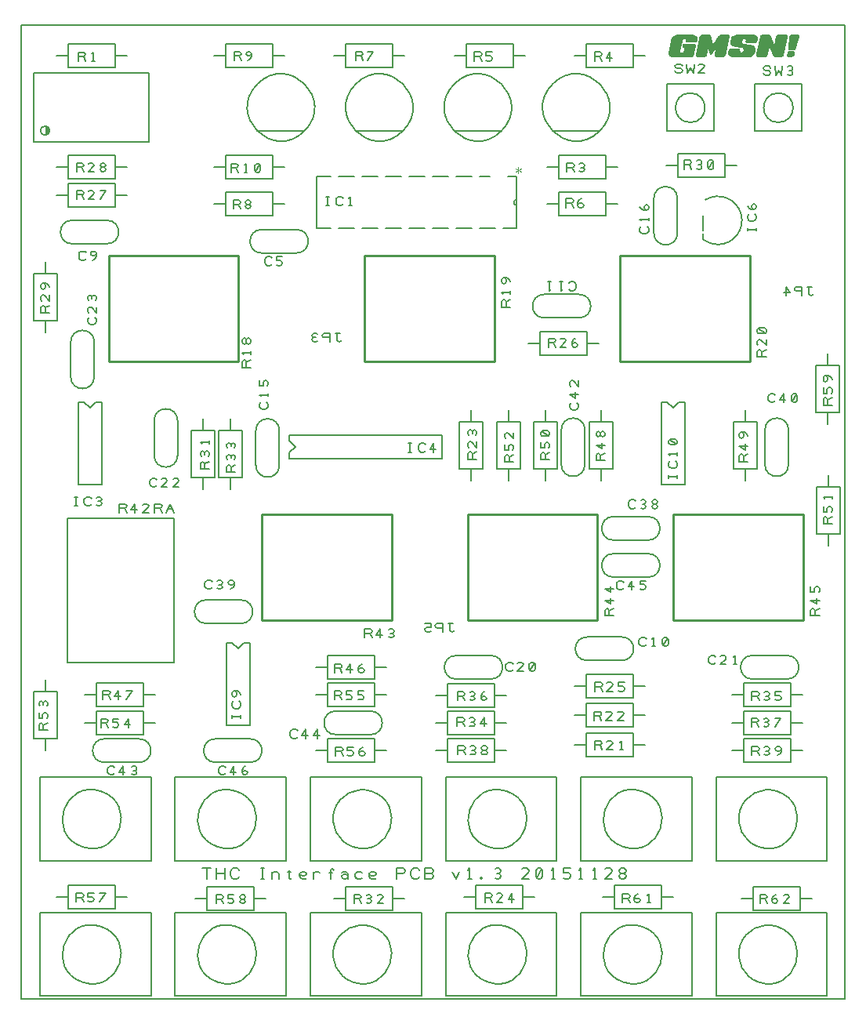
<source format=gbr>
%FSLAX35Y35*%
%MOIN*%
G04 EasyPC Gerber Version 18.0.8 Build 3632 *
%ADD89C,0.00100*%
%ADD14C,0.00300*%
%ADD10C,0.00500*%
%ADD11C,0.00512*%
%ADD13C,0.00600*%
%ADD86C,0.00787*%
%ADD12C,0.01000*%
X0Y0D02*
D02*
D10*
X18498Y2514D02*
X368892D01*
Y416687*
X18498*
Y2514*
X23734Y366785D02*
X72947D01*
Y396313*
X23734*
Y366785*
X23813Y311037D02*
X33813D01*
Y291037*
X23813*
Y311037*
X28656Y373675D02*
G75*
G03Y369738J-1969D01*
G01*
G75*
G03Y373675J1969*
G01*
G36*
G75*
G03Y369738J-1969*
G01*
G75*
G03Y373675J1969*
G01*
G37*
X28813Y108380D02*
Y113380D01*
Y133380D02*
Y138380D01*
Y291037D02*
Y286037D01*
Y316037D02*
Y311037D01*
X29746Y116785D02*
X25996D01*
Y118973*
X26308Y119598*
X26933Y119911*
X27558Y119598*
X27870Y118973*
Y116785*
Y118973D02*
X29746Y119911D01*
X29433Y121785D02*
X29746Y122411D01*
Y123348*
X29433Y123973*
X28808Y124285*
X28496*
X27870Y123973*
X27558Y123348*
Y121785*
X25996*
Y124285*
X29433Y127098D02*
X29746Y127723D01*
Y128348*
X29433Y128973*
X28808Y129285*
X28183Y128973*
X27870Y128348*
Y127723*
Y128348D02*
X27558Y128973D01*
X26933Y129285*
X26308Y128973*
X25996Y128348*
Y127723*
X26308Y127098*
X30533Y294246D02*
X26783D01*
Y296433*
X27095Y297059*
X27720Y297371*
X28345Y297059*
X28658Y296433*
Y294246*
Y296433D02*
X30533Y297371D01*
Y301746D02*
Y299246D01*
X28345Y301433*
X27720Y301746*
X27095Y301433*
X26783Y300809*
Y299871*
X27095Y299246*
X30533Y305183D02*
X30220Y305809D01*
X29595Y306433*
X28658Y306746*
X27720*
X27095Y306433*
X26783Y305809*
Y305183*
X27095Y304559*
X27720Y304246*
X28345Y304559*
X28658Y305183*
Y305809*
X28345Y306433*
X27720Y306746*
X33498Y356156D02*
X38498D01*
X33498Y403400D02*
X38498D01*
X33813Y113380D02*
X23813D01*
Y133380*
X33813*
Y113380*
X38144Y145722D02*
X83419D01*
Y206746*
X38144*
Y145722*
X38498Y45821D02*
X33498D01*
X38498Y344344D02*
X33498D01*
X38498Y351156D02*
Y361156D01*
X58498*
Y351156*
X38498*
Y398400D02*
Y408400D01*
X58498*
Y398400*
X38498*
X41187Y212231D02*
X42437D01*
X41813D02*
Y215981D01*
X41187D02*
X42437D01*
X48375Y212856D02*
X48063Y212543D01*
X47437Y212231*
X46500*
X45875Y212543*
X45563Y212856*
X45250Y213481*
Y214731*
X45563Y215356*
X45875Y215669*
X46500Y215981*
X47437*
X48063Y215669*
X48375Y215356*
X50563Y212543D02*
X51187Y212231D01*
X51813*
X52437Y212543*
X52750Y213169*
X52437Y213793*
X51813Y214106*
X51187*
X51813D02*
X52437Y214419D01*
X52750Y215043*
X52437Y215669*
X51813Y215981*
X51187*
X50563Y215669*
X41904Y43806D02*
Y47556D01*
X44091*
X44716Y47243*
X45029Y46618*
X44716Y45993*
X44091Y45681*
X41904*
X44091D02*
X45029Y43806D01*
X46904Y44118D02*
X47529Y43806D01*
X48466*
X49091Y44118*
X49404Y44743*
Y45056*
X49091Y45681*
X48466Y45993*
X46904*
Y47556*
X49404*
X51904Y43806D02*
X54404Y47556D01*
X51904*
X42002Y342526D02*
Y346276D01*
X44189*
X44815Y345964*
X45127Y345339*
X44815Y344714*
X44189Y344401*
X42002*
X44189D02*
X45127Y342526D01*
X49502D02*
X47002D01*
X49189Y344714*
X49502Y345339*
X49189Y345964*
X48565Y346276*
X47627*
X47002Y345964*
X52002Y342526D02*
X54502Y346276D01*
X52002*
X42002Y354239D02*
Y357989D01*
X44189*
X44815Y357676*
X45127Y357051*
X44815Y356426*
X44189Y356114*
X42002*
X44189D02*
X45127Y354239D01*
X49502D02*
X47002D01*
X49189Y356426*
X49502Y357051*
X49189Y357676*
X48565Y357989*
X47627*
X47002Y357676*
X52939Y356114D02*
X53565D01*
X54189Y356426*
X54502Y357051*
X54189Y357676*
X53565Y357989*
X52939*
X52315Y357676*
X52002Y357051*
X52315Y356426*
X52939Y356114*
X52315Y355801*
X52002Y355176*
X52315Y354551*
X52939Y354239*
X53565*
X54189Y354551*
X54502Y355176*
X54189Y355801*
X53565Y356114*
X42750Y221293D02*
Y256293D01*
X45250*
X47750Y253793*
X50250Y256293*
X52750*
Y221293*
X42750*
X42789Y401286D02*
Y405036D01*
X44977*
X45602Y404724*
X45915Y404098*
X45602Y403474*
X44977Y403161*
X42789*
X44977D02*
X45915Y401286D01*
X48415D02*
X49665D01*
X49039D02*
Y405036D01*
X48415Y404411*
X46111Y317265D02*
X45799Y316953D01*
X45174Y316640*
X44236*
X43611Y316953*
X43299Y317265*
X42986Y317890*
Y319140*
X43299Y319765*
X43611Y320078*
X44236Y320390*
X45174*
X45799Y320078*
X46111Y319765*
X48924Y316640D02*
X49549Y316953D01*
X50174Y317578*
X50486Y318515*
Y319453*
X50174Y320078*
X49549Y320390*
X48924*
X48299Y320078*
X47986Y319453*
X48299Y318828*
X48924Y318515*
X49549*
X50174Y318828*
X50486Y319453*
X44561Y9699D02*
G75*
G03X52435Y33321I3937J11811D01*
G01*
G75*
G03X44561Y9699I-3937J-11811*
G01*
Y67219D02*
G75*
G03X52435Y90841I3937J11811D01*
G01*
G75*
G03X44561Y67219I-3937J-11811*
G01*
X45309Y119935D02*
X50309D01*
X45309Y131746D02*
X50309D01*
Y114935D02*
Y124935D01*
X70309*
Y114935*
X50309*
Y126746D02*
Y136746D01*
X70309*
Y126746*
X50309*
X49888Y292352D02*
X50201Y292039D01*
X50513Y291414*
Y290476*
X50201Y289852*
X49888Y289539*
X49263Y289226*
X48013*
X47388Y289539*
X47076Y289852*
X46763Y290476*
Y291414*
X47076Y292039*
X47388Y292352*
X50513Y296726D02*
Y294226D01*
X48326Y296414*
X47701Y296726*
X47076Y296414*
X46763Y295789*
Y294852*
X47076Y294226*
X50201Y299539D02*
X50513Y300164D01*
Y300789*
X50201Y301414*
X49576Y301726*
X48951Y301414*
X48638Y300789*
Y300164*
Y300789D02*
X48326Y301414D01*
X47701Y301726*
X47076Y301414*
X46763Y300789*
Y300164*
X47076Y299539*
X52435Y117920D02*
Y121670D01*
X54622*
X55248Y121357*
X55560Y120732*
X55248Y120107*
X54622Y119795*
X52435*
X54622D02*
X55560Y117920D01*
X57435Y118232D02*
X58060Y117920D01*
X58998*
X59622Y118232*
X59935Y118857*
Y119170*
X59622Y119795*
X58998Y120107*
X57435*
Y121670*
X59935*
X63998Y117920D02*
Y121670D01*
X62435Y119170*
X64935*
X53222Y129928D02*
Y133678D01*
X55410*
X56035Y133365*
X56348Y132740*
X56035Y132115*
X55410Y131803*
X53222*
X55410D02*
X56348Y129928D01*
X59785D02*
Y133678D01*
X58222Y131178*
X60722*
X63222Y129928D02*
X65722Y133678D01*
X63222*
X58247Y98437D02*
X57935Y98124D01*
X57309Y97811*
X56372*
X55747Y98124*
X55435Y98437*
X55122Y99061*
Y100311*
X55435Y100937*
X55747Y101249*
X56372Y101561*
X57309*
X57935Y101249*
X58247Y100937*
X61685Y97811D02*
Y101561D01*
X60122Y99061*
X62622*
X65435Y98124D02*
X66059Y97811D01*
X66685*
X67309Y98124*
X67622Y98749*
X67309Y99374*
X66685Y99687*
X66059*
X66685D02*
X67309Y99999D01*
X67622Y100624*
X67309Y101249*
X66685Y101561*
X66059*
X65435Y101249*
X58498Y50821D02*
Y40821D01*
X38498*
Y50821*
X58498*
Y349344D02*
Y339344D01*
X38498*
Y349344*
X58498*
Y356156D02*
X63498D01*
X58498Y403400D02*
X63498D01*
X60211Y209258D02*
Y213008D01*
X62398*
X63023Y212696*
X63336Y212071*
X63023Y211446*
X62398Y211133*
X60211*
X62398D02*
X63336Y209258D01*
X66773D02*
Y213008D01*
X65211Y210508*
X67711*
X72711Y209258D02*
X70211D01*
X72398Y211446*
X72711Y212071*
X72398Y212696*
X71773Y213008*
X70836*
X70211Y212696*
X75211Y209258D02*
Y213008D01*
X77398*
X78023Y212696*
X78336Y212071*
X78023Y211446*
X77398Y211133*
X75211*
X77398D02*
X78336Y209258D01*
X80211D02*
X81773Y213008D01*
X83336Y209258*
X80836Y210821D02*
X82711D01*
X63498Y45821D02*
X58498D01*
X63498Y344344D02*
X58498D01*
X70309Y119935D02*
X75309D01*
X70309Y131746D02*
X75309D01*
X76230Y220809D02*
X75917Y220496D01*
X75292Y220183*
X74354*
X73730Y220496*
X73417Y220809*
X73104Y221433*
Y222683*
X73417Y223309*
X73730Y223621*
X74354Y223933*
X75292*
X75917Y223621*
X76230Y223309*
X80604Y220183D02*
X78104D01*
X80292Y222371*
X80604Y222996*
X80292Y223621*
X79667Y223933*
X78730*
X78104Y223621*
X85604Y220183D02*
X83104D01*
X85292Y222371*
X85604Y222996*
X85292Y223621*
X84667Y223933*
X83730*
X83104Y223621*
X73680Y3823D02*
Y39256D01*
X26436*
Y3823*
X73680*
Y61343D02*
Y96776D01*
X26436*
Y61343*
X73680*
X90742Y244108D02*
X100742D01*
Y224108*
X90742*
Y244108*
X92553Y45230D02*
X97553D01*
X95742Y224108D02*
Y219108D01*
Y249108D02*
Y244108D01*
X99655Y177403D02*
X99342Y177091D01*
X98717Y176778*
X97780*
X97155Y177091*
X96842Y177403*
X96530Y178028*
Y179278*
X96842Y179903*
X97155Y180216*
X97780Y180528*
X98717*
X99342Y180216*
X99655Y179903*
X101842Y177091D02*
X102467Y176778D01*
X103092*
X103717Y177091*
X104030Y177716*
X103717Y178341*
X103092Y178653*
X102467*
X103092D02*
X103717Y178966D01*
X104030Y179591*
X103717Y180216*
X103092Y180528*
X102467*
X101842Y180216*
X107467Y176778D02*
X108092Y177091D01*
X108717Y177716*
X109030Y178653*
Y179591*
X108717Y180216*
X108092Y180528*
X107467*
X106842Y180216*
X106530Y179591*
X106842Y178966*
X107467Y178653*
X108092*
X108717Y178966*
X109030Y179591*
X97553Y40230D02*
Y50230D01*
X117553*
Y40230*
X97553*
X98446Y227907D02*
X94696D01*
Y230095*
X95009Y230720*
X95634Y231033*
X96259Y230720*
X96571Y230095*
Y227907*
Y230095D02*
X98446Y231033D01*
X98134Y233220D02*
X98446Y233845D01*
Y234470*
X98134Y235095*
X97509Y235407*
X96884Y235095*
X96571Y234470*
Y233845*
Y234470D02*
X96259Y235095D01*
X95634Y235407*
X95009Y235095*
X94696Y234470*
Y233845*
X95009Y233220*
X98446Y238533D02*
Y239783D01*
Y239157D02*
X94696D01*
X95321Y238533*
X100427Y340407D02*
X105427D01*
X100427Y356156D02*
X105427D01*
X100427Y403400D02*
X105427D01*
X101451Y43117D02*
Y46867D01*
X103638*
X104263Y46554*
X104576Y45929*
X104263Y45304*
X103638Y44992*
X101451*
X103638D02*
X104576Y43117D01*
X106451Y43429D02*
X107076Y43117D01*
X108013*
X108638Y43429*
X108951Y44054*
Y44367*
X108638Y44992*
X108013Y45304*
X106451*
Y46867*
X108951*
X112388Y44992D02*
X113013D01*
X113638Y45304*
X113951Y45929*
X113638Y46554*
X113013Y46867*
X112388*
X111763Y46554*
X111451Y45929*
X111763Y45304*
X112388Y44992*
X111763Y44679*
X111451Y44054*
X111763Y43429*
X112388Y43117*
X113013*
X113638Y43429*
X113951Y44054*
X113638Y44679*
X113013Y44992*
X102081Y9699D02*
G75*
G03X109955Y33321I3937J11811D01*
G01*
G75*
G03X102081Y9699I-3937J-11811*
G01*
Y67219D02*
G75*
G03X109955Y90841I3937J11811D01*
G01*
G75*
G03X102081Y67219I-3937J-11811*
G01*
X105491Y98437D02*
X105179Y98124D01*
X104554Y97811*
X103616*
X102991Y98124*
X102679Y98437*
X102366Y99061*
Y100311*
X102679Y100937*
X102991Y101249*
X103616Y101561*
X104554*
X105179Y101249*
X105491Y100937*
X108929Y97811D02*
Y101561D01*
X107366Y99061*
X109866*
X112366Y98749D02*
X112679Y99374D01*
X113304Y99687*
X113929*
X114554Y99374*
X114866Y98749*
X114554Y98124*
X113929Y97811*
X113304*
X112679Y98124*
X112366Y98749*
Y99687*
X112679Y100624*
X113304Y101249*
X113929Y101561*
X102553Y244108D02*
X112553D01*
Y224108*
X102553*
Y244108*
X105427Y335407D02*
Y345407D01*
X125427*
Y335407*
X105427*
Y351156D02*
Y361156D01*
X125427*
Y351156*
X105427*
Y398400D02*
Y408400D01*
X125427*
Y398400*
X105427*
X105742Y118931D02*
Y153931D01*
X108242*
X110742Y151431*
X113242Y153931*
X115742*
Y118931*
X105742*
X107553Y224108D02*
Y219108D01*
Y249108D02*
Y244108D01*
X107750Y353943D02*
Y357693D01*
X109937*
X110563Y357381*
X110875Y356756*
X110563Y356131*
X109937Y355819*
X107750*
X109937D02*
X110875Y353943D01*
X113375D02*
X114625D01*
X114000D02*
Y357693D01*
X113375Y357069*
X118063Y354256D02*
X118687Y353943D01*
X119313*
X119937Y354256*
X120250Y354881*
Y356756*
X119937Y357381*
X119313Y357693*
X118687*
X118063Y357381*
X117750Y356756*
Y354881*
X118063Y354256*
X119937Y357381*
X108734Y338491D02*
Y342241D01*
X110922*
X111547Y341928*
X111859Y341303*
X111547Y340678*
X110922Y340366*
X108734*
X110922D02*
X111859Y338491D01*
X114672Y340366D02*
X115297D01*
X115922Y340678*
X116234Y341303*
X115922Y341928*
X115297Y342241*
X114672*
X114047Y341928*
X113734Y341303*
X114047Y340678*
X114672Y340366*
X114047Y340053*
X113734Y339428*
X114047Y338803*
X114672Y338491*
X115297*
X115922Y338803*
X116234Y339428*
X115922Y340053*
X115297Y340366*
X109030Y401581D02*
Y405331D01*
X111217*
X111842Y405019*
X112155Y404394*
X111842Y403769*
X111217Y403456*
X109030*
X111217D02*
X112155Y401581D01*
X114967D02*
X115592Y401894D01*
X116217Y402519*
X116530Y403456*
Y404394*
X116217Y405019*
X115592Y405331*
X114967*
X114342Y405019*
X114030Y404394*
X114342Y403769*
X114967Y403456*
X115592*
X116217Y403769*
X116530Y404394*
X109569Y226530D02*
X105819D01*
Y228717*
X106131Y229342*
X106756Y229655*
X107381Y229342*
X107693Y228717*
Y226530*
Y228717D02*
X109569Y229655D01*
X109256Y231842D02*
X109569Y232467D01*
Y233092*
X109256Y233717*
X108631Y234030*
X108006Y233717*
X107693Y233092*
Y232467*
Y233092D02*
X107381Y233717D01*
X106756Y234030*
X106131Y233717*
X105819Y233092*
Y232467*
X106131Y231842*
X109256Y236842D02*
X109569Y237467D01*
Y238092*
X109256Y238717*
X108631Y239030*
X108006Y238717*
X107693Y238092*
Y237467*
Y238092D02*
X107381Y238717D01*
X106756Y239030*
X106131Y238717*
X105819Y238092*
Y237467*
X106131Y236842*
X111931Y121955D02*
Y123205D01*
Y122580D02*
X108181D01*
Y121955D02*
Y123205D01*
X111306Y129143D02*
X111618Y128830D01*
X111931Y128205*
Y127268*
X111618Y126643*
X111306Y126330*
X110681Y126018*
X109431*
X108806Y126330*
X108493Y126643*
X108181Y127268*
Y128205*
X108493Y128830*
X108806Y129143*
X111931Y131955D02*
X111618Y132580D01*
X110993Y133205*
X110056Y133518*
X109118*
X108493Y133205*
X108181Y132580*
Y131955*
X108493Y131330*
X109118Y131018*
X109743Y131330*
X110056Y131955*
Y132580*
X109743Y133205*
X109118Y133518*
X116163Y271018D02*
X112413D01*
Y273205*
X112725Y273830*
X113350Y274143*
X113975Y273830*
X114288Y273205*
Y271018*
Y273205D02*
X116163Y274143D01*
Y276643D02*
Y277893D01*
Y277268D02*
X112413D01*
X113038Y276643*
X114288Y281955D02*
Y282580D01*
X113975Y283205*
X113350Y283518*
X112725Y283205*
X112413Y282580*
Y281955*
X112725Y281330*
X113350Y281018*
X113975Y281330*
X114288Y281955*
X114600Y281330*
X115225Y281018*
X115850Y281330*
X116163Y281955*
Y282580*
X115850Y283205*
X115225Y283518*
X114600Y283205*
X114288Y282580*
X117553Y45230D02*
X122553D01*
X125176Y314972D02*
X124864Y314659D01*
X124239Y314347*
X123301*
X122676Y314659*
X122364Y314972*
X122051Y315597*
Y316847*
X122364Y317472*
X122676Y317785*
X123301Y318097*
X124239*
X124864Y317785*
X125176Y317472*
X127051Y314659D02*
X127676Y314347D01*
X128614*
X129239Y314659*
X129551Y315285*
Y315597*
X129239Y316222*
X128614Y316535*
X127051*
Y318097*
X129551*
X122920Y256230D02*
X123232Y255917D01*
X123545Y255292*
Y254354*
X123232Y253730*
X122920Y253417*
X122295Y253104*
X121045*
X120420Y253417*
X120107Y253730*
X119795Y254354*
Y255292*
X120107Y255917*
X120420Y256230*
X123545Y258730D02*
Y259980D01*
Y259354D02*
X119795D01*
X120420Y258730*
X123232Y263104D02*
X123545Y263730D01*
Y264667*
X123232Y265292*
X122607Y265604*
X122295*
X121670Y265292*
X121357Y264667*
Y263104*
X119795*
Y265604*
X125427Y340407D02*
X130427D01*
X125427Y356156D02*
X130427D01*
X125427Y403400D02*
X130427D01*
X131200Y3823D02*
Y39256D01*
X83956*
Y3823*
X131200*
Y61343D02*
Y96776D01*
X83956*
Y61343*
X131200*
X135974Y114017D02*
X135661Y113705D01*
X135036Y113392*
X134098*
X133474Y113705*
X133161Y114017*
X132848Y114642*
Y115892*
X133161Y116517*
X133474Y116830*
X134098Y117142*
X135036*
X135661Y116830*
X135974Y116517*
X139411Y113392D02*
Y117142D01*
X137848Y114642*
X140348*
X144411Y113392D02*
Y117142D01*
X142848Y114642*
X145348*
X138970Y371549D02*
X118970D01*
X138970D02*
G75*
G03X118970Y391549I-10000J10000D01*
G01*
G75*
G03X138970Y371549I10000J-10000*
G01*
X143734Y143557D02*
X148734D01*
X148254Y339869D02*
X149504D01*
X148880D02*
Y343619D01*
X148254D02*
X149504D01*
X155442Y340494D02*
X155130Y340181D01*
X154504Y339869*
X153567*
X152942Y340181*
X152630Y340494*
X152317Y341119*
Y342369*
X152630Y342994*
X152942Y343306*
X153567Y343619*
X154504*
X155130Y343306*
X155442Y342994*
X157942Y339869D02*
X159192D01*
X158567D02*
Y343619D01*
X157942Y342994*
X148734Y108124D02*
X143734D01*
X148734Y131746D02*
X143734D01*
X148734Y138557D02*
Y148557D01*
X168734*
Y138557*
X148734*
X151608Y45230D02*
X156608D01*
X151608Y403400D02*
X156608D01*
X151648Y129731D02*
Y133481D01*
X153835*
X154460Y133169*
X154773Y132543*
X154460Y131919*
X153835Y131606*
X151648*
X153835D02*
X154773Y129731D01*
X156648Y130043D02*
X157273Y129731D01*
X158210*
X158835Y130043*
X159148Y130669*
Y130981*
X158835Y131606*
X158210Y131919*
X156648*
Y133481*
X159148*
X161648Y130043D02*
X162273Y129731D01*
X163210*
X163835Y130043*
X164148Y130669*
Y130981*
X163835Y131606*
X163210Y131919*
X161648*
Y133481*
X164148*
X151844Y141246D02*
Y144996D01*
X154032*
X154657Y144684*
X154970Y144059*
X154657Y143434*
X154032Y143122*
X151844*
X154032D02*
X154970Y141246D01*
X158407D02*
Y144996D01*
X156844Y142496*
X159344*
X161844Y142184D02*
X162157Y142809D01*
X162782Y143122*
X163407*
X164032Y142809*
X164344Y142184*
X164032Y141559*
X163407Y141246*
X162782*
X162157Y141559*
X161844Y142184*
Y143122*
X162157Y144059*
X162782Y144684*
X163407Y144996*
X152238Y105912D02*
Y109662D01*
X154426*
X155051Y109350*
X155363Y108724*
X155051Y108100*
X154426Y107787*
X152238*
X154426D02*
X155363Y105912D01*
X157238Y106224D02*
X157863Y105912D01*
X158801*
X159426Y106224*
X159738Y106850*
Y107162*
X159426Y107787*
X158801Y108100*
X157238*
Y109662*
X159738*
X162238Y106850D02*
X162551Y107474D01*
X163176Y107787*
X163801*
X164426Y107474*
X164738Y106850*
X164426Y106224*
X163801Y105912*
X163176*
X162551Y106224*
X162238Y106850*
Y107787*
X162551Y108724*
X163176Y109350*
X163801Y109662*
X154659Y282482D02*
X154347Y282169D01*
X153722Y281857*
X153097Y282169*
X152784Y282482*
Y285607*
X152159*
X152784D02*
X154034D01*
X149659Y281857D02*
Y285607D01*
X147472*
X146847Y285294*
X146534Y284669*
X146847Y284044*
X147472Y283732*
X149659*
X144347Y282169D02*
X143722Y281857D01*
X143097*
X142472Y282169*
X142159Y282794*
X142472Y283419*
X143097Y283732*
X143722*
X143097D02*
X142472Y284044D01*
X142159Y284669*
X142472Y285294*
X143097Y285607*
X143722*
X144347Y285294*
X156608Y40230D02*
Y50230D01*
X176608*
Y40230*
X156608*
Y398400D02*
Y408400D01*
X176608*
Y398400*
X156608*
X159600Y9699D02*
G75*
G03X167474Y33321I3937J11811D01*
G01*
G75*
G03X159600Y9699I-3937J-11811*
G01*
Y67219D02*
G75*
G03X167474Y90841I3937J11811D01*
G01*
G75*
G03X159600Y67219I-3937J-11811*
G01*
X160014Y43215D02*
Y46965D01*
X162201*
X162826Y46653*
X163139Y46028*
X162826Y45403*
X162201Y45090*
X160014*
X162201D02*
X163139Y43215D01*
X165326Y43528D02*
X165951Y43215D01*
X166576*
X167201Y43528*
X167514Y44153*
X167201Y44778*
X166576Y45090*
X165951*
X166576D02*
X167201Y45403D01*
X167514Y46028*
X167201Y46653*
X166576Y46965*
X165951*
X165326Y46653*
X172514Y43215D02*
X170014D01*
X172201Y45403*
X172514Y46028*
X172201Y46653*
X171576Y46965*
X170639*
X170014Y46653*
X160801Y401581D02*
Y405331D01*
X162989*
X163614Y405019*
X163926Y404394*
X163614Y403769*
X162989Y403456*
X160801*
X162989D02*
X163926Y401581D01*
X165801D02*
X168301Y405331D01*
X165801*
X164541Y156109D02*
Y159859D01*
X166729*
X167354Y159546*
X167667Y158921*
X167354Y158296*
X166729Y157984*
X164541*
X166729D02*
X167667Y156109D01*
X171104D02*
Y159859D01*
X169541Y157359*
X172041*
X174854Y156421D02*
X175479Y156109D01*
X176104*
X176729Y156421*
X177041Y157046*
X176729Y157671*
X176104Y157984*
X175479*
X176104D02*
X176729Y158296D01*
X177041Y158921*
X176729Y159546*
X176104Y159859*
X175479*
X174854Y159546*
X168734Y113124D02*
Y103124D01*
X148734*
Y113124*
X168734*
Y136746D02*
Y126746D01*
X148734*
Y136746*
X168734*
Y143557D02*
X173734D01*
Y108124D02*
X168734D01*
X173734Y131746D02*
X168734D01*
X176608Y45230D02*
X181608D01*
X176608Y403400D02*
X181608D01*
X180821Y371549D02*
X160821D01*
X180821D02*
G75*
G03X160821Y391549I-10000J10000D01*
G01*
G75*
G03X180821Y371549I10000J-10000*
G01*
X183294Y235046D02*
X184544D01*
X183919D02*
Y238796D01*
X183294D02*
X184544D01*
X190481Y235671D02*
X190169Y235358D01*
X189544Y235046*
X188606*
X187981Y235358*
X187669Y235671*
X187356Y236296*
Y237546*
X187669Y238171*
X187981Y238483*
X188606Y238796*
X189544*
X190169Y238483*
X190481Y238171*
X193919Y235046D02*
Y238796D01*
X192356Y236296*
X194856*
X188719Y3823D02*
Y39256D01*
X141475*
Y3823*
X188719*
Y61343D02*
Y96776D01*
X141475*
Y61343*
X188719*
X194915Y108124D02*
X199915D01*
X194915Y119935D02*
X199915D01*
X197612Y232297D02*
X132612D01*
Y234797*
X135112Y237297*
X132612Y239797*
Y242297*
X197612*
Y232297*
X199915Y103124D02*
Y113124D01*
X219915*
Y103124*
X199915*
Y114935D02*
Y124935D01*
X219915*
Y114935*
X199915*
Y131451D02*
X194915D01*
X202671Y159116D02*
X202359Y158803D01*
X201734Y158491*
X201109Y158803*
X200796Y159116*
Y162241*
X200171*
X200796D02*
X202046D01*
X197671Y158491D02*
Y162241D01*
X195484*
X194859Y161928*
X194546Y161303*
X194859Y160678*
X195484Y160366*
X197671*
X192671Y158803D02*
X192046Y158491D01*
X191109*
X190484Y158803*
X190171Y159428*
Y159741*
X190484Y160366*
X191109Y160678*
X192671*
Y162241*
X190171*
X203911Y118412D02*
Y122162D01*
X206099*
X206724Y121850*
X207037Y121224*
X206724Y120600*
X206099Y120287*
X203911*
X206099D02*
X207037Y118412D01*
X209224Y118724D02*
X209849Y118412D01*
X210474*
X211099Y118724*
X211411Y119350*
X211099Y119974*
X210474Y120287*
X209849*
X210474D02*
X211099Y120600D01*
X211411Y121224*
X211099Y121850*
X210474Y122162*
X209849*
X209224Y121850*
X215474Y118412D02*
Y122162D01*
X213911Y119662*
X216411*
X204010Y129435D02*
Y133185D01*
X206197*
X206822Y132873*
X207135Y132248*
X206822Y131623*
X206197Y131311*
X204010*
X206197D02*
X207135Y129435D01*
X209322Y129748D02*
X209947Y129435D01*
X210572*
X211197Y129748*
X211510Y130373*
X211197Y130998*
X210572Y131311*
X209947*
X210572D02*
X211197Y131623D01*
X211510Y132248*
X211197Y132873*
X210572Y133185*
X209947*
X209322Y132873*
X214010Y130373D02*
X214322Y130998D01*
X214947Y131311*
X215572*
X216197Y130998*
X216510Y130373*
X216197Y129748*
X215572Y129435*
X214947*
X214322Y129748*
X214010Y130373*
Y131311*
X214322Y132248*
X214947Y132873*
X215572Y133185*
X204207Y106404D02*
Y110154D01*
X206394*
X207019Y109842*
X207332Y109217*
X207019Y108592*
X206394Y108279*
X204207*
X206394D02*
X207332Y106404D01*
X209519Y106717D02*
X210144Y106404D01*
X210769*
X211394Y106717*
X211707Y107342*
X211394Y107967*
X210769Y108279*
X210144*
X210769D02*
X211394Y108592D01*
X211707Y109217*
X211394Y109842*
X210769Y110154*
X210144*
X209519Y109842*
X215144Y108279D02*
X215769D01*
X216394Y108592*
X216707Y109217*
X216394Y109842*
X215769Y110154*
X215144*
X214519Y109842*
X214207Y109217*
X214519Y108592*
X215144Y108279*
X214519Y107967*
X214207Y107342*
X214519Y106717*
X215144Y106404*
X215769*
X216394Y106717*
X216707Y107342*
X216394Y107967*
X215769Y108279*
X204915Y248045D02*
X214915D01*
Y228045*
X204915*
Y248045*
X206726Y45821D02*
X211726D01*
X207789Y403400D02*
X202789D01*
X209915Y228045D02*
Y223045D01*
Y253045D02*
Y248045D01*
X211195Y401384D02*
Y405134D01*
X213382*
X214007Y404822*
X214320Y404197*
X214007Y403572*
X213382Y403259*
X211195*
X213382D02*
X214320Y401384D01*
X216195Y401697D02*
X216820Y401384D01*
X217757*
X218382Y401697*
X218695Y402322*
Y402634*
X218382Y403259*
X217757Y403572*
X216195*
Y405134*
X218695*
X211726Y40821D02*
Y50821D01*
X231726*
Y40821*
X211726*
X212226Y231943D02*
X208476D01*
Y234130*
X208788Y234756*
X209413Y235068*
X210038Y234756*
X210351Y234130*
Y231943*
Y234130D02*
X212226Y235068D01*
Y239443D02*
Y236943D01*
X210038Y239130*
X209413Y239443*
X208788Y239130*
X208476Y238506*
Y237568*
X208788Y236943*
X211913Y242256D02*
X212226Y242880D01*
Y243506*
X211913Y244130*
X211288Y244443*
X210663Y244130*
X210351Y243506*
Y242880*
Y243506D02*
X210038Y244130D01*
X209413Y244443*
X208788Y244130*
X208476Y243506*
Y242880*
X208788Y242256*
X215722Y43707D02*
Y47457D01*
X217910*
X218535Y47145*
X218848Y46520*
X218535Y45895*
X217910Y45582*
X215722*
X217910D02*
X218848Y43707D01*
X223222D02*
X220722D01*
X222910Y45895*
X223222Y46520*
X222910Y47145*
X222285Y47457*
X221348*
X220722Y47145*
X227285Y43707D02*
Y47457D01*
X225722Y44957*
X228222*
X217120Y9699D02*
G75*
G03X224994Y33321I3937J11811D01*
G01*
G75*
G03X217120Y9699I-3937J-11811*
G01*
Y67219D02*
G75*
G03X224994Y90841I3937J11811D01*
G01*
G75*
G03X217120Y67219I-3937J-11811*
G01*
X219915Y108124D02*
X224915D01*
X219915Y119935D02*
X224915D01*
X219915Y136451D02*
Y126451D01*
X199915*
Y136451*
X219915*
X220663Y248045D02*
X230663D01*
Y228045*
X220663*
Y248045*
X222711Y371549D02*
X202711D01*
X222711D02*
G75*
G03X202711Y391549I-10000J10000D01*
G01*
G75*
G03X222711Y371549I10000J-10000*
G01*
X227706Y142561D02*
X227393Y142248D01*
X226768Y141935*
X225831*
X225206Y142248*
X224893Y142561*
X224581Y143185*
Y144435*
X224893Y145061*
X225206Y145373*
X225831Y145685*
X226768*
X227393Y145373*
X227706Y145061*
X232081Y141935D02*
X229581D01*
X231768Y144123*
X232081Y144748*
X231768Y145373*
X231143Y145685*
X230206*
X229581Y145373*
X234893Y142248D02*
X235518Y141935D01*
X236143*
X236768Y142248*
X237081Y142873*
Y144748*
X236768Y145373*
X236143Y145685*
X235518*
X234893Y145373*
X234581Y144748*
Y142873*
X234893Y142248*
X236768Y145373*
X224915Y131451D02*
X219915D01*
X225663Y228045D02*
Y223045D01*
Y253045D02*
Y248045D01*
X226576Y296667D02*
X222826D01*
Y298855*
X223139Y299480*
X223764Y299793*
X224389Y299480*
X224701Y298855*
Y296667*
Y298855D02*
X226576Y299793D01*
Y302293D02*
Y303543D01*
Y302917D02*
X222826D01*
X223451Y302293*
X226576Y307605D02*
X226264Y308230D01*
X225639Y308855*
X224701Y309167*
X223764*
X223139Y308855*
X222826Y308230*
Y307605*
X223139Y306980*
X223764Y306667*
X224389Y306980*
X224701Y307605*
Y308230*
X224389Y308855*
X223764Y309167*
X227789Y408400D02*
Y398400D01*
X207789*
Y408400*
X227789*
X227876Y230860D02*
X224126D01*
Y233048*
X224438Y233673*
X225063Y233985*
X225688Y233673*
X226000Y233048*
Y230860*
Y233048D02*
X227876Y233985D01*
X227563Y235860D02*
X227876Y236485D01*
Y237423*
X227563Y238048*
X226938Y238360*
X226626*
X226000Y238048*
X225688Y237423*
Y235860*
X224126*
Y238360*
X227876Y243360D02*
Y240860D01*
X225688Y243048*
X225063Y243360*
X224438Y243048*
X224126Y242423*
Y241485*
X224438Y240860*
X231726Y45821D02*
X236726D01*
X232789Y403400D02*
X227789D01*
X239285Y281352D02*
X234285D01*
X241411Y223045D02*
Y228045D01*
Y248045D02*
Y253045D01*
X242691Y279632D02*
Y283382D01*
X244878*
X245504Y283070*
X245816Y282445*
X245504Y281820*
X244878Y281507*
X242691*
X244878D02*
X245816Y279632D01*
X250191D02*
X247691D01*
X249878Y281820*
X250191Y282445*
X249878Y283070*
X249254Y283382*
X248316*
X247691Y283070*
X252691Y280570D02*
X253004Y281195D01*
X253628Y281507*
X254254*
X254878Y281195*
X255191Y280570*
X254878Y279945*
X254254Y279632*
X253628*
X253004Y279945*
X252691Y280570*
Y281507*
X253004Y282445*
X253628Y283070*
X254254Y283382*
X243230Y231746D02*
X239480D01*
Y233933*
X239792Y234559*
X240417Y234871*
X241042Y234559*
X241355Y233933*
Y231746*
Y233933D02*
X243230Y234871D01*
X242917Y236746D02*
X243230Y237371D01*
Y238309*
X242917Y238933*
X242292Y239246*
X241980*
X241355Y238933*
X241042Y238309*
Y236746*
X239480*
Y239246*
X242917Y242059D02*
X243230Y242683D01*
Y243309*
X242917Y243933*
X242292Y244246*
X240417*
X239792Y243933*
X239480Y243309*
Y242683*
X239792Y242059*
X240417Y241746*
X242292*
X242917Y242059*
X239792Y243933*
X246239Y3823D02*
Y39256D01*
X198995*
Y3823*
X246239*
Y61343D02*
Y96776D01*
X198995*
Y61343*
X246239*
X246411Y228045D02*
X236411D01*
Y248045*
X246411*
Y228045*
X247159Y340407D02*
X242159D01*
X247159Y356156D02*
X242159D01*
X250270Y338983D02*
Y342733D01*
X252457*
X253082Y342420*
X253395Y341795*
X253082Y341170*
X252457Y340858*
X250270*
X252457D02*
X253395Y338983D01*
X255270Y339920D02*
X255582Y340545D01*
X256207Y340858*
X256832*
X257457Y340545*
X257770Y339920*
X257457Y339295*
X256832Y338983*
X256207*
X255582Y339295*
X255270Y339920*
Y340858*
X255582Y341795*
X256207Y342420*
X256832Y342733*
X250565Y354140D02*
Y357890D01*
X252752*
X253378Y357578*
X253690Y356953*
X253378Y356328*
X252752Y356015*
X250565*
X252752D02*
X253690Y354140D01*
X255878Y354453D02*
X256502Y354140D01*
X257128*
X257752Y354453*
X258065Y355078*
X257752Y355703*
X257128Y356015*
X256502*
X257128D02*
X257752Y356328D01*
X258065Y356953*
X257752Y357578*
X257128Y357890*
X256502*
X255878Y357578*
X253970Y110683D02*
X258970D01*
X253970Y123183D02*
X258970D01*
X253970Y135683D02*
X258970D01*
X251347Y306788D02*
X251660Y307100D01*
X252285Y307413*
X253222*
X253847Y307100*
X254160Y306788*
X254472Y306163*
Y304913*
X254160Y304288*
X253847Y303975*
X253222Y303663*
X252285*
X251660Y303975*
X251347Y304288*
X248847Y307413D02*
X247597D01*
X248222D02*
Y303663D01*
X248847Y304288*
X243847Y307413D02*
X242597D01*
X243222D02*
Y303663D01*
X243847Y304288*
X254908Y256033D02*
X255220Y255720D01*
X255533Y255095*
Y254157*
X255220Y253533*
X254908Y253220*
X254283Y252907*
X253033*
X252408Y253220*
X252095Y253533*
X251783Y254157*
Y255095*
X252095Y255720*
X252408Y256033*
X255533Y259470D02*
X251783D01*
X254283Y257907*
Y260407*
X255533Y265407D02*
Y262907D01*
X253345Y265095*
X252720Y265407*
X252095Y265095*
X251783Y264470*
Y263533*
X252095Y262907*
X258970Y105683D02*
Y115683D01*
X278970*
Y105683*
X258970*
Y118183D02*
Y128183D01*
X278970*
Y118183*
X258970*
Y130683D02*
Y140683D01*
X278970*
Y130683*
X258970*
Y403400D02*
X253970D01*
X259285Y286352D02*
Y276352D01*
X239285*
Y286352*
X259285*
X260033Y248045D02*
X270033D01*
Y228045*
X260033*
Y248045*
X262179Y120971D02*
Y124721D01*
X264367*
X264992Y124409*
X265304Y123783*
X264992Y123159*
X264367Y122846*
X262179*
X264367D02*
X265304Y120971D01*
X269679D02*
X267179D01*
X269367Y123159*
X269679Y123783*
X269367Y124409*
X268742Y124721*
X267804*
X267179Y124409*
X274679Y120971D02*
X272179D01*
X274367Y123159*
X274679Y123783*
X274367Y124409*
X273742Y124721*
X272804*
X272179Y124409*
X262376Y401384D02*
Y405134D01*
X264563*
X265189Y404822*
X265501Y404197*
X265189Y403572*
X264563Y403259*
X262376*
X264563D02*
X265501Y401384D01*
X268939D02*
Y405134D01*
X267376Y402634*
X269876*
X262474Y108569D02*
Y112319D01*
X264662*
X265287Y112007*
X265600Y111382*
X265287Y110757*
X264662Y110444*
X262474*
X264662D02*
X265600Y108569D01*
X269974D02*
X267474D01*
X269662Y110757*
X269974Y111382*
X269662Y112007*
X269037Y112319*
X268100*
X267474Y112007*
X273100Y108569D02*
X274350D01*
X273724D02*
Y112319D01*
X273100Y111694*
X262573Y133372D02*
Y137122D01*
X264760*
X265385Y136810*
X265698Y136185*
X265385Y135560*
X264760Y135248*
X262573*
X264760D02*
X265698Y133372D01*
X270073D02*
X267573D01*
X269760Y135560*
X270073Y136185*
X269760Y136810*
X269135Y137122*
X268198*
X267573Y136810*
X272573Y133685D02*
X273198Y133372D01*
X274135*
X274760Y133685*
X275073Y134310*
Y134622*
X274760Y135248*
X274135Y135560*
X272573*
Y137122*
X275073*
X264285Y281352D02*
X259285D01*
X264561Y371549D02*
X244561D01*
X264561D02*
G75*
G03X244561Y391549I-10000J10000D01*
G01*
G75*
G03X264561Y371549I10000J-10000*
G01*
X265033Y228045D02*
Y223045D01*
Y253045D02*
Y248045D01*
X265781Y45821D02*
X270781D01*
X267159Y345407D02*
Y335407D01*
X247159*
Y345407*
X267159*
Y361156D02*
Y351156D01*
X247159*
Y361156*
X267159*
X266754Y231451D02*
X263004D01*
Y233638*
X263316Y234263*
X263941Y234576*
X264566Y234263*
X264878Y233638*
Y231451*
Y233638D02*
X266754Y234576D01*
Y238013D02*
X263004D01*
X265504Y236451*
Y238951*
X264878Y242388D02*
Y243013D01*
X264566Y243638*
X263941Y243951*
X263316Y243638*
X263004Y243013*
Y242388*
X263316Y241763*
X263941Y241451*
X264566Y241763*
X264878Y242388*
X265191Y241763*
X265816Y241451*
X266441Y241763*
X266754Y242388*
Y243013*
X266441Y243638*
X265816Y243951*
X265191Y243638*
X264878Y243013*
X270781Y40821D02*
Y50821D01*
X290781*
Y40821*
X270781*
X270474Y165407D02*
X266724D01*
Y167595*
X267036Y168220*
X267661Y168533*
X268286Y168220*
X268599Y167595*
Y165407*
Y167595D02*
X270474Y168533D01*
Y171970D02*
X266724D01*
X269224Y170407*
Y172907*
X270474Y176970D02*
X266724D01*
X269224Y175407*
Y177907*
X274783Y177177D02*
X274470Y176864D01*
X273845Y176552*
X272907*
X272283Y176864*
X271970Y177177*
X271657Y177802*
Y179052*
X271970Y179677*
X272283Y179989*
X272907Y180302*
X273845*
X274470Y179989*
X274783Y179677*
X278220Y176552D02*
Y180302D01*
X276657Y177802*
X279157*
X281657Y176864D02*
X282283Y176552D01*
X283220*
X283845Y176864*
X284157Y177489*
Y177802*
X283845Y178427*
X283220Y178739*
X281657*
Y180302*
X284157*
X272159Y340407D02*
X267159D01*
X272159Y356156D02*
X267159D01*
X274187Y43510D02*
Y47260D01*
X276374*
X277000Y46948*
X277312Y46323*
X277000Y45698*
X276374Y45385*
X274187*
X276374D02*
X277312Y43510D01*
X279187Y44448D02*
X279500Y45073D01*
X280124Y45385*
X280750*
X281374Y45073*
X281687Y44448*
X281374Y43823*
X280750Y43510*
X280124*
X279500Y43823*
X279187Y44448*
Y45385*
X279500Y46323*
X280124Y46948*
X280750Y47260*
X284812Y43510D02*
X286062D01*
X285437D02*
Y47260D01*
X284812Y46635*
X274640Y9699D02*
G75*
G03X282514Y33321I3937J11811D01*
G01*
G75*
G03X274640Y9699I-3937J-11811*
G01*
Y67219D02*
G75*
G03X282514Y90841I3937J11811D01*
G01*
G75*
G03X274640Y67219I-3937J-11811*
G01*
X279832Y211616D02*
X279519Y211303D01*
X278894Y210991*
X277957*
X277332Y211303*
X277019Y211616*
X276707Y212241*
Y213491*
X277019Y214116*
X277332Y214428*
X277957Y214741*
X278894*
X279519Y214428*
X279832Y214116*
X282019Y211303D02*
X282644Y210991D01*
X283269*
X283894Y211303*
X284207Y211928*
X283894Y212553*
X283269Y212866*
X282644*
X283269D02*
X283894Y213178D01*
X284207Y213803*
X283894Y214428*
X283269Y214741*
X282644*
X282019Y214428*
X287644Y212866D02*
X288269D01*
X288894Y213178*
X289207Y213803*
X288894Y214428*
X288269Y214741*
X287644*
X287019Y214428*
X286707Y213803*
X287019Y213178*
X287644Y212866*
X287019Y212553*
X286707Y211928*
X287019Y211303*
X287644Y210991*
X288269*
X288894Y211303*
X289207Y211928*
X288894Y212553*
X288269Y212866*
X278970Y110683D02*
X283970D01*
X278970Y123183D02*
X283970D01*
X278970Y135683D02*
X283970D01*
X278970Y408400D02*
Y398400D01*
X258970*
Y408400*
X278970*
X284399Y153092D02*
X284086Y152780D01*
X283461Y152467*
X282524*
X281899Y152780*
X281586Y153092*
X281274Y153717*
Y154967*
X281586Y155592*
X281899Y155905*
X282524Y156217*
X283461*
X284086Y155905*
X284399Y155592*
X286899Y152467D02*
X288149D01*
X287524D02*
Y156217D01*
X286899Y155592*
X291586Y152780D02*
X292211Y152467D01*
X292836*
X293461Y152780*
X293774Y153405*
Y155280*
X293461Y155905*
X292836Y156217*
X292211*
X291586Y155905*
X291274Y155280*
Y153405*
X291586Y152780*
X293461Y155905*
X283970Y403400D02*
X278970D01*
X284731Y330934D02*
X285043Y330622D01*
X285356Y329996*
Y329059*
X285043Y328434*
X284731Y328122*
X284106Y327809*
X282856*
X282231Y328122*
X281918Y328434*
X281606Y329059*
Y329996*
X281918Y330622*
X282231Y330934*
X285356Y333434D02*
Y334684D01*
Y334059D02*
X281606D01*
X282231Y333434*
X284418Y337809D02*
X283793Y338122D01*
X283481Y338746*
Y339372*
X283793Y339996*
X284418Y340309*
X285043Y339996*
X285356Y339372*
Y338746*
X285043Y338122*
X284418Y337809*
X283481*
X282543Y338122*
X281918Y338746*
X281606Y339372*
X290781Y45821D02*
X295781D01*
X290781Y221293D02*
Y256293D01*
X293281*
X295781Y253793*
X298281Y256293*
X300781*
Y221293*
X290781*
X293111Y371564D02*
X313111D01*
Y391564*
X293111*
Y371564*
X296530Y397204D02*
X296842Y396579D01*
X297467Y396266*
X298717*
X299342Y396579*
X299655Y397204*
X299342Y397829*
X298717Y398141*
X297467*
X296842Y398454*
X296530Y399079*
X296842Y399704*
X297467Y400016*
X298717*
X299342Y399704*
X299655Y399079*
X301530Y400016D02*
X301842Y396266D01*
X303092Y398141*
X304342Y396266*
X304655Y400016*
X309030Y396266D02*
X306530D01*
X308717Y398454*
X309030Y399079*
X308717Y399704*
X308092Y400016*
X307155*
X306530Y399704*
X297947Y356746D02*
X292947D01*
X297561Y224022D02*
Y225272D01*
Y224647D02*
X293811D01*
Y224022D02*
Y225272D01*
X296935Y231210D02*
X297248Y230897D01*
X297561Y230272*
Y229335*
X297248Y228710*
X296935Y228397*
X296311Y228085*
X295061*
X294435Y228397*
X294123Y228710*
X293811Y229335*
Y230272*
X294123Y230897*
X294435Y231210*
X297561Y233710D02*
Y234960D01*
Y234335D02*
X293811D01*
X294435Y233710*
X297248Y238397D02*
X297561Y239022D01*
Y239647*
X297248Y240272*
X296623Y240585*
X294748*
X294123Y240272*
X293811Y239647*
Y239022*
X294123Y238397*
X294748Y238085*
X296623*
X297248Y238397*
X294123Y240272*
X300467Y355321D02*
Y359071D01*
X302654*
X303279Y358759*
X303592Y358134*
X303279Y357509*
X302654Y357196*
X300467*
X302654D02*
X303592Y355321D01*
X305779Y355634D02*
X306404Y355321D01*
X307029*
X307654Y355634*
X307967Y356259*
X307654Y356884*
X307029Y357196*
X306404*
X307029D02*
X307654Y357509D01*
X307967Y358134*
X307654Y358759*
X307029Y359071*
X306404*
X305779Y358759*
X310779Y355634D02*
X311404Y355321D01*
X312029*
X312654Y355634*
X312967Y356259*
Y358134*
X312654Y358759*
X312029Y359071*
X311404*
X310779Y358759*
X310467Y358134*
Y356259*
X310779Y355634*
X312654Y358759*
X303045Y387691D02*
G75*
G03Y375191J-6250D01*
G01*
G75*
G03Y387691J6250*
G01*
X303759Y3823D02*
Y39256D01*
X256515*
Y3823*
X303759*
Y61343D02*
Y96776D01*
X256515*
Y61343*
X303759*
X313926Y145415D02*
X313614Y145102D01*
X312989Y144790*
X312051*
X311426Y145102*
X311114Y145415*
X310801Y146040*
Y147290*
X311114Y147915*
X311426Y148228*
X312051Y148540*
X312989*
X313614Y148228*
X313926Y147915*
X318301Y144790D02*
X315801D01*
X317989Y146978*
X318301Y147602*
X317989Y148228*
X317364Y148540*
X316426*
X315801Y148228*
X321426Y144790D02*
X322676D01*
X322051D02*
Y148540D01*
X321426Y147915*
X317947Y361746D02*
Y351746D01*
X297947*
Y361746*
X317947*
X320900Y108124D02*
X325900D01*
X320900Y131746D02*
X325900D01*
X321352Y248045D02*
X331352D01*
Y228045*
X321352*
Y248045*
X322947Y356746D02*
X317947D01*
X325900Y103124D02*
Y113124D01*
X345900*
Y103124*
X325900*
Y119935D02*
X320900D01*
X325900Y126746D02*
Y136746D01*
X345900*
Y126746*
X325900*
X326352Y228045D02*
Y223045D01*
Y253045D02*
Y248045D01*
X327580Y230959D02*
X323830D01*
Y233146*
X324143Y233771*
X324768Y234084*
X325393Y233771*
X325705Y233146*
Y230959*
Y233146D02*
X327580Y234084D01*
Y237521D02*
X323830D01*
X326330Y235959*
Y238459*
X327580Y241896D02*
X327268Y242521D01*
X326643Y243146*
X325705Y243459*
X324768*
X324143Y243146*
X323830Y242521*
Y241896*
X324143Y241271*
X324768Y240959*
X325393Y241271*
X325705Y241896*
Y242521*
X325393Y243146*
X324768Y243459*
X329010Y118215D02*
Y121965D01*
X331197*
X331822Y121653*
X332135Y121028*
X331822Y120403*
X331197Y120090*
X329010*
X331197D02*
X332135Y118215D01*
X334322Y118528D02*
X334947Y118215D01*
X335572*
X336197Y118528*
X336510Y119153*
X336197Y119778*
X335572Y120090*
X334947*
X335572D02*
X336197Y120403D01*
X336510Y121028*
X336197Y121653*
X335572Y121965*
X334947*
X334322Y121653*
X339010Y118215D02*
X341510Y121965D01*
X339010*
X329305Y106109D02*
Y109859D01*
X331493*
X332118Y109546*
X332430Y108921*
X332118Y108296*
X331493Y107984*
X329305*
X331493D02*
X332430Y106109D01*
X334618Y106421D02*
X335243Y106109D01*
X335868*
X336493Y106421*
X336805Y107046*
X336493Y107671*
X335868Y107984*
X335243*
X335868D02*
X336493Y108296D01*
X336805Y108921*
X336493Y109546*
X335868Y109859*
X335243*
X334618Y109546*
X340243Y106109D02*
X340868Y106421D01*
X341493Y107046*
X341805Y107984*
Y108921*
X341493Y109546*
X340868Y109859*
X340243*
X339618Y109546*
X339305Y108921*
X339618Y108296*
X340243Y107984*
X340868*
X341493Y108296*
X341805Y108921*
X329305Y129435D02*
Y133185D01*
X331493*
X332118Y132873*
X332430Y132248*
X332118Y131623*
X331493Y131311*
X329305*
X331493D02*
X332430Y129435D01*
X334618Y129748D02*
X335243Y129435D01*
X335868*
X336493Y129748*
X336805Y130373*
X336493Y130998*
X335868Y131311*
X335243*
X335868D02*
X336493Y131623D01*
X336805Y132248*
X336493Y132873*
X335868Y133185*
X335243*
X334618Y132873*
X339305Y129748D02*
X339930Y129435D01*
X340868*
X341493Y129748*
X341805Y130373*
Y130685*
X341493Y131311*
X340868Y131623*
X339305*
Y133185*
X341805*
X329837Y45230D02*
X324837D01*
X330591Y371564D02*
X350591D01*
Y391564*
X330591*
Y371564*
X331090Y329101D02*
Y330351D01*
Y329726D02*
X327340D01*
Y329101D02*
Y330351D01*
X330465Y336289D02*
X330778Y335976D01*
X331090Y335351*
Y334413*
X330778Y333789*
X330465Y333476*
X329840Y333163*
X328590*
X327965Y333476*
X327652Y333789*
X327340Y334413*
Y335351*
X327652Y335976*
X327965Y336289*
X330152Y338163D02*
X329528Y338476D01*
X329215Y339101*
Y339726*
X329528Y340351*
X330152Y340663*
X330778Y340351*
X331090Y339726*
Y339101*
X330778Y338476*
X330152Y338163*
X329215*
X328278Y338476*
X327652Y339101*
X327340Y339726*
X332159Y9699D02*
G75*
G03X340033Y33321I3937J11811D01*
G01*
G75*
G03X332159Y9699I-3937J-11811*
G01*
Y67219D02*
G75*
G03X340033Y90841I3937J11811D01*
G01*
G75*
G03X332159Y67219I-3937J-11811*
G01*
X332750Y43215D02*
Y46965D01*
X334937*
X335563Y46653*
X335875Y46028*
X335563Y45403*
X334937Y45090*
X332750*
X334937D02*
X335875Y43215D01*
X337750Y44153D02*
X338063Y44778D01*
X338687Y45090*
X339313*
X339937Y44778*
X340250Y44153*
X339937Y43528*
X339313Y43215*
X338687*
X338063Y43528*
X337750Y44153*
Y45090*
X338063Y46028*
X338687Y46653*
X339313Y46965*
X345250Y43215D02*
X342750D01*
X344937Y45403*
X345250Y46028*
X344937Y46653*
X344313Y46965*
X343375*
X342750Y46653*
X334128Y396318D02*
X334441Y395693D01*
X335065Y395380*
X336315*
X336941Y395693*
X337253Y396318*
X336941Y396943*
X336315Y397256*
X335065*
X334441Y397568*
X334128Y398193*
X334441Y398818*
X335065Y399130*
X336315*
X336941Y398818*
X337253Y398193*
X339128Y399130D02*
X339441Y395380D01*
X340691Y397256*
X341941Y395380*
X342253Y399130*
X344441Y395693D02*
X345065Y395380D01*
X345691*
X346315Y395693*
X346628Y396318*
X346315Y396943*
X345691Y397256*
X345065*
X345691D02*
X346315Y397568D01*
X346628Y398193*
X346315Y398818*
X345691Y399130*
X345065*
X344441Y398818*
X339222Y256734D02*
X338909Y256421D01*
X338284Y256109*
X337346*
X336722Y256421*
X336409Y256734*
X336096Y257359*
Y258609*
X336409Y259234*
X336722Y259546*
X337346Y259859*
X338284*
X338909Y259546*
X339222Y259234*
X342659Y256109D02*
Y259859D01*
X341096Y257359*
X343596*
X346409Y256421D02*
X347034Y256109D01*
X347659*
X348284Y256421*
X348596Y257046*
Y258921*
X348284Y259546*
X347659Y259859*
X347034*
X346409Y259546*
X346096Y258921*
Y257046*
X346409Y256421*
X348284Y259546*
X335317Y275407D02*
X331567D01*
Y277595*
X331879Y278220*
X332504Y278533*
X333129Y278220*
X333441Y277595*
Y275407*
Y277595D02*
X335317Y278533D01*
Y282907D02*
Y280407D01*
X333129Y282595*
X332504Y282907*
X331879Y282595*
X331567Y281970*
Y281033*
X331879Y280407*
X335004Y285720D02*
X335317Y286345D01*
Y286970*
X335004Y287595*
X334379Y287907*
X332504*
X331879Y287595*
X331567Y286970*
Y286345*
X331879Y285720*
X332504Y285407*
X334379*
X335004Y285720*
X331879Y287595*
X340526Y387691D02*
G75*
G03Y375191J-6250D01*
G01*
G75*
G03Y387691J6250*
G01*
X345900Y108124D02*
X350900D01*
X345900Y124935D02*
Y114935D01*
X325900*
Y124935*
X345900*
Y131746D02*
X350900D01*
X349837Y50230D02*
Y40230D01*
X329837*
Y50230*
X349837*
X350900Y119935D02*
X345900D01*
X354837Y45230D02*
X349837D01*
X355447Y302167D02*
X355134Y301854D01*
X354509Y301542*
X353884Y301854*
X353572Y302167*
Y305292*
X352947*
X353572D02*
X354822D01*
X350447Y301542D02*
Y305292D01*
X348259*
X347634Y304980*
X347322Y304354*
X347634Y303730*
X348259Y303417*
X350447*
X343884Y301542D02*
Y305292D01*
X345447Y302792*
X342947*
X357994Y165407D02*
X354244D01*
Y167595*
X354556Y168220*
X355181Y168533*
X355806Y168220*
X356119Y167595*
Y165407*
Y167595D02*
X357994Y168533D01*
Y171970D02*
X354244D01*
X356744Y170407*
Y172907*
X357681Y175407D02*
X357994Y176033D01*
Y176970*
X357681Y177595*
X357056Y177907*
X356744*
X356119Y177595*
X355806Y176970*
Y175407*
X354244*
Y177907*
X361278Y3823D02*
Y39256D01*
X314034*
Y3823*
X361278*
Y61343D02*
Y96776D01*
X314034*
Y61343*
X361278*
X361589Y246766D02*
Y251766D01*
Y271766D02*
Y276766D01*
X361687Y195289D02*
Y200289D01*
Y220289D02*
Y225289D01*
X363407Y204482D02*
X359657D01*
Y206670*
X359969Y207295*
X360594Y207607*
X361219Y207295*
X361532Y206670*
Y204482*
Y206670D02*
X363407Y207607D01*
X363094Y209482D02*
X363407Y210107D01*
Y211045*
X363094Y211670*
X362469Y211982*
X362157*
X361532Y211670*
X361219Y211045*
Y209482*
X359657*
Y211982*
X363407Y215107D02*
Y216357D01*
Y215732D02*
X359657D01*
X360282Y215107*
X363407Y254974D02*
X359657D01*
Y257162*
X359969Y257787*
X360594Y258100*
X361219Y257787*
X361532Y257162*
Y254974*
Y257162D02*
X363407Y258100D01*
X363094Y259974D02*
X363407Y260600D01*
Y261537*
X363094Y262162*
X362469Y262474*
X362157*
X361532Y262162*
X361219Y261537*
Y259974*
X359657*
Y262474*
X363407Y265912D02*
X363094Y266537D01*
X362469Y267162*
X361532Y267474*
X360594*
X359969Y267162*
X359657Y266537*
Y265912*
X359969Y265287*
X360594Y264974*
X361219Y265287*
X361532Y265912*
Y266537*
X361219Y267162*
X360594Y267474*
X366589Y251766D02*
X356589D01*
Y271766*
X366589*
Y251766*
X366687Y200289D02*
X356687D01*
Y220289*
X366687*
Y200289*
D02*
D11*
X49561Y267041D02*
Y281791D01*
G75*
G03X39561I-5000*
G01*
Y267041*
G75*
G03X49561I5000*
G01*
X53872Y103124D02*
X68622D01*
G75*
G03Y113124J5000*
G01*
X53872*
G75*
G03Y103124J-5000*
G01*
X54935Y333596D02*
X40185D01*
G75*
G03Y323596J-5000*
G01*
X54935*
G75*
G03Y333596J5000*
G01*
X74994Y248419D02*
Y233669D01*
G75*
G03X84994I5000*
G01*
Y248419*
G75*
G03X74994I-5000*
G01*
X97179Y162179D02*
X111929D01*
G75*
G03Y172179J5000*
G01*
X97179*
G75*
G03Y162179J-5000*
G01*
X101116Y103124D02*
X115866D01*
G75*
G03Y113124J5000*
G01*
X101116*
G75*
G03Y103124J-5000*
G01*
X118301Y244187D02*
Y229437D01*
G75*
G03X128301I5000*
G01*
Y244187*
G75*
G03X118301I-5000*
G01*
X120801Y319659D02*
X135551D01*
G75*
G03Y329659J5000*
G01*
X120801*
G75*
G03Y319659J-5000*
G01*
X152297Y114935D02*
X167047D01*
G75*
G03Y124935J5000*
G01*
X152297*
G75*
G03Y114935J-5000*
G01*
X203478Y138557D02*
X218228D01*
G75*
G03Y148557J5000*
G01*
X203478*
G75*
G03Y138557J-5000*
G01*
X248222Y244482D02*
Y229732D01*
G75*
G03X258222I5000*
G01*
Y244482*
G75*
G03X248222I-5000*
G01*
X255722Y302100D02*
X240972D01*
G75*
G03Y292100J-5000*
G01*
X255722*
G75*
G03Y302100J5000*
G01*
X259187Y146431D02*
X273937D01*
G75*
G03Y156431J5000*
G01*
X259187*
G75*
G03Y146431J-5000*
G01*
X270407Y181864D02*
X285157D01*
G75*
G03Y191864J5000*
G01*
X270407*
G75*
G03Y181864J-5000*
G01*
Y197612D02*
X285157D01*
G75*
G03Y207612J5000*
G01*
X270407*
G75*
G03Y197612J-5000*
G01*
X287593Y342907D02*
Y328157D01*
G75*
G03X297593I5000*
G01*
Y342907*
G75*
G03X287593I-5000*
G01*
X329463Y138557D02*
X344213D01*
G75*
G03Y148557J5000*
G01*
X329463*
G75*
G03Y138557J-5000*
G01*
X334837Y244482D02*
Y229732D01*
G75*
G03X344837I5000*
G01*
Y244482*
G75*
G03X334837I-5000*
G01*
D02*
D12*
X110900Y273439D02*
Y318715D01*
X55781*
Y273439*
X110900*
X176057Y163439D02*
Y208715D01*
X120939*
Y163439*
X176057*
X219640Y273439D02*
Y318715D01*
X164522*
Y273439*
X219640*
X263537Y163439D02*
Y208715D01*
X208419*
Y163439*
X263537*
X328380Y273439D02*
Y318715D01*
X273262*
Y273439*
X328380*
X351057Y163439D02*
Y208715D01*
X295939*
Y163439*
X351057*
D02*
D13*
X150121Y330156D02*
X144226D01*
Y352156*
X150121*
X153331Y330156D02*
X160121D01*
Y352156D02*
X153331D01*
X163331Y330156D02*
X170121D01*
Y352156D02*
X163331D01*
X173331Y330156D02*
X180121D01*
Y352156D02*
X173331D01*
X183331Y330156D02*
X190121D01*
Y352156D02*
X183331D01*
X193331Y330156D02*
X200121D01*
Y352156D02*
X193331D01*
X203331Y330156D02*
X210121D01*
Y352156D02*
X203331D01*
X213331Y330156D02*
X220121D01*
X217880Y352156D02*
X213331D01*
X225572D02*
X229226D01*
Y330156*
X223331*
X229226Y342356D02*
G75*
G03Y339956J-1200D01*
G01*
X308528Y327864D02*
Y325413D01*
G75*
G03X314778Y323287I6250J8124*
G01*
G75*
G03X309482Y342314J10250*
G01*
X308528Y335646D02*
Y329211D01*
D02*
D14*
X229914Y356156D02*
Y353656D01*
X228664Y355530D02*
X231164Y354280D01*
Y355530D02*
X228664Y354280D01*
D02*
D86*
X97450Y53680D02*
Y58109D01*
X95604D02*
X99295D01*
X101510Y53680D02*
Y58109D01*
Y55895D02*
X105201D01*
Y53680D02*
Y58109D01*
X111106Y54419D02*
X110737Y54049D01*
X109999Y53680*
X108892*
X108154Y54049*
X107785Y54419*
X107415Y55157*
Y56633*
X107785Y57371*
X108154Y57740*
X108892Y58109*
X109999*
X110737Y57740*
X111106Y57371*
X120334Y53680D02*
X121810D01*
X121072D02*
Y58109D01*
X120334D02*
X121810D01*
X125132Y53680D02*
Y56633D01*
Y55526D02*
X125501Y56264D01*
X126239Y56633*
X126978*
X127716Y56264*
X128085Y55526*
Y53680*
X131776Y56633D02*
X133252D01*
X132514Y57371D02*
Y54049D01*
X132883Y53680*
X133252*
X133621Y54049*
X139896D02*
X139527Y53680D01*
X138789*
X138050*
X137312Y54049*
X136943Y54787*
Y55895*
X137312Y56264*
X138050Y56633*
X138789*
X139527Y56264*
X139896Y55895*
Y55526*
X139527Y55157*
X138789Y54787*
X138050*
X137312Y55157*
X136943Y55526*
X142848Y53680D02*
Y56633D01*
Y55526D02*
X143218Y56264D01*
X143956Y56633*
X144694*
X145432Y56264*
X150230Y53680D02*
Y57371D01*
X150600Y57740*
X150969*
X151338Y57371*
X149492Y56264D02*
X150969D01*
X154659D02*
X155398Y56633D01*
X156505*
X157243Y56264*
X157612Y55526*
Y54419*
X157243Y54049*
X156505Y53680*
X155767*
X155029Y54049*
X154659Y54419*
Y54787*
X155029Y55157*
X155767Y55526*
X156505*
X157243Y55157*
X157612Y54787*
Y54419D02*
Y53680D01*
X163518Y56264D02*
X162780Y56633D01*
X161672*
X160934Y56264*
X160565Y55526*
Y54787*
X160934Y54049*
X161672Y53680*
X162780*
X163518Y54049*
X169423D02*
X169054Y53680D01*
X168316*
X167578*
X166840Y54049*
X166470Y54787*
Y55895*
X166840Y56264*
X167578Y56633*
X168316*
X169054Y56264*
X169423Y55895*
Y55526*
X169054Y55157*
X168316Y54787*
X167578*
X166840Y55157*
X166470Y55526*
X178281Y53680D02*
Y58109D01*
X180865*
X181604Y57740*
X181972Y57002*
X181604Y56264*
X180865Y55895*
X178281*
X187878Y54419D02*
X187509Y54049D01*
X186771Y53680*
X185663*
X184925Y54049*
X184556Y54419*
X184187Y55157*
Y56633*
X184556Y57371*
X184925Y57740*
X185663Y58109*
X186771*
X187509Y57740*
X187878Y57371*
X192676Y55895D02*
X193415Y55526D01*
X193783Y54787*
X193415Y54049*
X192676Y53680*
X190093*
Y58109*
X192676*
X193415Y57740*
X193783Y57002*
X193415Y56264*
X192676Y55895*
X190093*
X201904Y56633D02*
X203380Y53680D01*
X204856Y56633*
X208547Y53680D02*
X210024D01*
X209285D02*
Y58109D01*
X208547Y57371*
X214084Y53680D02*
X214453Y54049D01*
X214084Y54419*
X213715Y54049*
X214084Y53680*
X219989Y54049D02*
X220728Y53680D01*
X221466*
X222204Y54049*
X222573Y54787*
X222204Y55526*
X221466Y55895*
X220728*
X221466D02*
X222204Y56264D01*
X222573Y57002*
X222204Y57740*
X221466Y58109*
X220728*
X219989Y57740*
X234384Y53680D02*
X231431D01*
X234015Y56264*
X234384Y57002*
X234015Y57740*
X233277Y58109*
X232169*
X231431Y57740*
X237706Y54049D02*
X238444Y53680D01*
X239182*
X239920Y54049*
X240289Y54787*
Y57002*
X239920Y57740*
X239182Y58109*
X238444*
X237706Y57740*
X237337Y57002*
Y54787*
X237706Y54049*
X239920Y57740*
X243980Y53680D02*
X245457D01*
X244719D02*
Y58109D01*
X243980Y57371*
X249148Y54049D02*
X249886Y53680D01*
X250993*
X251731Y54049*
X252100Y54787*
Y55157*
X251731Y55895*
X250993Y56264*
X249148*
Y58109*
X252100*
X255791Y53680D02*
X257268D01*
X256530D02*
Y58109D01*
X255791Y57371*
X261697Y53680D02*
X263173D01*
X262435D02*
Y58109D01*
X261697Y57371*
X269817Y53680D02*
X266864D01*
X269448Y56264*
X269817Y57002*
X269448Y57740*
X268710Y58109*
X267602*
X266864Y57740*
X273877Y55895D02*
X274615D01*
X275354Y56264*
X275722Y57002*
X275354Y57740*
X274615Y58109*
X273877*
X273139Y57740*
X272770Y57002*
X273139Y56264*
X273877Y55895*
X273139Y55526*
X272770Y54787*
X273139Y54049*
X273877Y53680*
X274615*
X275354Y54049*
X275722Y54787*
X275354Y55526*
X274615Y55895*
D02*
D89*
X305053Y407888D02*
Y408281D01*
X304659Y408478*
X299935*
X299738Y407297*
X300526*
X300329Y405722*
X299935Y404935*
X299148Y404738*
X298557Y404935*
X298360Y405526*
Y405722*
X299344Y410053*
X299738Y410841*
X300526Y411037*
X301116Y410841*
X301313Y410250*
X301116Y410053*
Y409856*
X301313Y409659*
X301707Y409463*
X304856*
X305447Y409659*
X305644Y410053*
X305841Y410841*
Y411234*
X305644Y411628*
X305250Y412022*
X304069Y412415*
X297376*
X296589Y412219*
X295998Y412022*
X295407Y411431*
X295014Y410841*
X293833Y404935*
Y404541*
Y404148*
X294226Y403754*
X294817Y403360*
X295604*
X303675*
X304069Y403557*
X304266Y403951*
X305053Y407888*
X319423Y411825D02*
Y412219D01*
X319030Y412415*
X315880*
X315486Y412219*
X315093Y412022*
X312533Y408085*
X311549Y412022*
X311352Y412219*
X310959Y412415*
X307809*
X307415Y412219*
X307022Y411825*
X305447Y403951*
Y403557*
X305841Y403360*
X309187*
X309581Y403557*
X309778Y403951*
X310565Y407691*
X311549Y404344*
X311943*
X314305Y407691*
X313321Y403951*
Y403754*
X313518Y403557*
X313911Y403360*
X317061*
X317455Y403557*
X317848Y403951*
X319423Y411825*
X330447Y405919D02*
Y406510D01*
X330250Y407100*
X329856Y407691*
X329266Y407888*
X328478Y408085*
X325526Y408478*
X324935Y408872*
X324738Y409463*
Y410053*
X325329Y410841*
X325919Y411037*
X326510Y410841*
X326707Y410250*
Y410053*
X326510Y409659*
X326707Y409266*
X327100*
X330447*
X331037Y409463*
X331234Y409856*
X331431Y410841*
Y411234*
Y411628*
X331037Y412022*
X329856Y412415*
X322770*
X321982Y412219*
X321195Y412022*
X320604Y411431*
X320407Y410841*
X320211Y409856*
X320014Y409463*
X320211Y408675*
X320604Y408281*
X321195Y407888*
X322179Y407691*
X324935Y407297*
X325329Y407100*
X325526Y406707*
X325722Y406116*
Y405722*
X325329Y405132*
X324541Y404738*
X324148Y404935*
X323951Y405526*
Y405722*
Y406116*
Y406313*
X323557Y406510*
X320014*
X319620Y406313*
X319423Y405919*
X319030Y404738*
Y404541*
X319226Y404148*
X319620Y403754*
X320801Y403360*
X327888*
X328675*
X329266Y403754*
X329856Y404148*
X330250Y404935*
X330447Y405919*
X344226Y411825D02*
X344030Y412219D01*
X343636Y412415*
X340289*
X339896Y412219*
X339502Y411825*
X338715Y407691*
X336943Y412022*
X336746Y412219*
X336352Y412415*
X333400*
X333006Y412219*
X332809Y411825*
X331037Y403951*
X331234Y403557*
X331431Y403360*
X334974*
X335368Y403557*
X335565Y403951*
X336549Y407888*
X338321Y403754*
Y403557*
X338518*
X338911Y403360*
X341864*
X342258Y403557*
X342455Y403951*
X344226Y411825*
X349148D02*
Y412219D01*
X348754Y412415*
X345998*
X345604Y412219*
X345211Y411825*
X344817Y406707*
Y406313*
X345211Y406116*
X346785*
X347376Y406313*
X347573Y406707*
X349148Y411825*
X347179Y404935D02*
X346982Y405329D01*
X346589Y405526*
X345014*
X344620Y405329*
X344423Y404935*
X344226Y403951*
Y403754*
X344423Y403557*
X344620Y403360*
X346195*
X346589Y403557*
X346982Y403951*
X347179Y404935*
X294705Y403435D02*
X303825D01*
X305691D02*
X309337D01*
X313762D02*
X317211D01*
X320577D02*
X328787D01*
X331356D02*
X335124D01*
X338762D02*
X342014D01*
X344545D02*
X346344D01*
X294564Y403529D02*
X304012D01*
X305504D02*
X309524D01*
X313574D02*
X317398D01*
X320296D02*
X328928D01*
X331263D02*
X335311D01*
X338574D02*
X342201D01*
X344452D02*
X346532D01*
X294424Y403622D02*
X304102D01*
X305447D02*
X309613D01*
X313452D02*
X317520D01*
X320015D02*
X329069D01*
X331202D02*
X335401D01*
X338321D02*
X342291D01*
X344358D02*
X346654D01*
X294283Y403716D02*
X304148D01*
X305447D02*
X309660D01*
X313359D02*
X317614D01*
X319733D02*
X329209D01*
X331155D02*
X335448D01*
X338321D02*
X342337D01*
X344264D02*
X346748D01*
X294170Y403810D02*
X304195D01*
X305447D02*
X309707D01*
X313321D02*
X317707D01*
X319564D02*
X329350D01*
X331108D02*
X335494D01*
X338297D02*
X342384D01*
X344226D02*
X346841D01*
X294077Y403904D02*
X304242D01*
X305447D02*
X309754D01*
X313321D02*
X317801D01*
X319470D02*
X329490D01*
X331061D02*
X335541D01*
X338257D02*
X342431D01*
X344226D02*
X346935D01*
X293983Y403997D02*
X304275D01*
X305456D02*
X309787D01*
X313333D02*
X317858D01*
X319377D02*
X329631D01*
X331048D02*
X335577D01*
X338217D02*
X342465D01*
X344236D02*
X346992D01*
X293889Y404091D02*
X304294D01*
X305475D02*
X309807D01*
X313358D02*
X317876D01*
X319283D02*
X329771D01*
X331069D02*
X335600D01*
X338176D02*
X342486D01*
X344254D02*
X347010D01*
X293833Y404185D02*
X304313D01*
X305494D02*
X309827D01*
X313382D02*
X317895D01*
X319208D02*
X329875D01*
X331090D02*
X335624D01*
X338136D02*
X342507D01*
X344273D02*
X347029D01*
X293833Y404278D02*
X304331D01*
X305512D02*
X309846D01*
X313407D02*
X317914D01*
X319161D02*
X329922D01*
X331111D02*
X335647D01*
X338096D02*
X342528D01*
X344292D02*
X347048D01*
X293833Y404372D02*
X304350D01*
X305531D02*
X309866D01*
X311541D02*
X311962D01*
X313432D02*
X317933D01*
X319114D02*
X329969D01*
X331132D02*
X335670D01*
X338056D02*
X342550D01*
X344311D02*
X347067D01*
X293833Y404466D02*
X304369D01*
X305550D02*
X309886D01*
X311513D02*
X312028D01*
X313456D02*
X317952D01*
X319067D02*
X330015D01*
X331153D02*
X335694D01*
X338016D02*
X342570D01*
X344330D02*
X347085D01*
X293833Y404559D02*
X304387D01*
X305569D02*
X309906D01*
X311486D02*
X312094D01*
X313481D02*
X317970D01*
X319030D02*
X330062D01*
X331174D02*
X335717D01*
X337976D02*
X342592D01*
X344348D02*
X347104D01*
X293833Y404653D02*
X304406D01*
X305587D02*
X309926D01*
X311458D02*
X312161D01*
X313506D02*
X317989D01*
X319030D02*
X330109D01*
X331195D02*
X335741D01*
X337935D02*
X342613D01*
X344367D02*
X347123D01*
X293833Y404747D02*
X299122D01*
X299182D02*
X304425D01*
X305606D02*
X309945D01*
X311431D02*
X312227D01*
X313530D02*
X318007D01*
X319032D02*
X324524D01*
X324559D02*
X330156D01*
X331217D02*
X335764D01*
X337895D02*
X342634D01*
X344385D02*
X347141D01*
X293833Y404841D02*
X298841D01*
X299557D02*
X304444D01*
X305625D02*
X309965D01*
X311403D02*
X312293D01*
X313555D02*
X318026D01*
X319064D02*
X324337D01*
X324746D02*
X330203D01*
X331237D02*
X335787D01*
X337855D02*
X342655D01*
X344404D02*
X347160D01*
X293833Y404934D02*
X298557D01*
X299935D02*
X304463D01*
X305644D02*
X309985D01*
X311376D02*
X312359D01*
X313580D02*
X318045D01*
X319095D02*
X324148D01*
X324933D02*
X330250D01*
X331259D02*
X335811D01*
X337815D02*
X342676D01*
X344423D02*
X347180D01*
X293851Y405028D02*
X298526D01*
X299981D02*
X304481D01*
X305662D02*
X310004D01*
X311348D02*
X312425D01*
X313604D02*
X318064D01*
X319126D02*
X324117D01*
X325121D02*
X330269D01*
X331280D02*
X335834D01*
X337775D02*
X342697D01*
X344470D02*
X347133D01*
X293870Y405122D02*
X298495D01*
X300028D02*
X304500D01*
X305681D02*
X310024D01*
X311320D02*
X312491D01*
X313629D02*
X318083D01*
X319157D02*
X324085D01*
X325308D02*
X330287D01*
X331301D02*
X335858D01*
X337735D02*
X342718D01*
X344517D02*
X347086D01*
X293889Y405215D02*
X298464D01*
X300075D02*
X304519D01*
X305700D02*
X310044D01*
X311293D02*
X312557D01*
X313654D02*
X318101D01*
X319189D02*
X324054D01*
X325384D02*
X330306D01*
X331322D02*
X335881D01*
X337694D02*
X342739D01*
X344563D02*
X347039D01*
X293907Y405309D02*
X298432D01*
X300122D02*
X304537D01*
X305719D02*
X310063D01*
X311265D02*
X312624D01*
X313678D02*
X318120D01*
X319220D02*
X324023D01*
X325447D02*
X330325D01*
X331343D02*
X335905D01*
X337654D02*
X342760D01*
X344610D02*
X346992D01*
X293926Y405403D02*
X298401D01*
X300169D02*
X304556D01*
X305737D02*
X310083D01*
X311238D02*
X312690D01*
X313703D02*
X318139D01*
X319251D02*
X323992D01*
X325509D02*
X330344D01*
X331364D02*
X335928D01*
X337614D02*
X342781D01*
X344768D02*
X346834D01*
X293945Y405496D02*
X298370D01*
X300216D02*
X304575D01*
X305756D02*
X310103D01*
X311210D02*
X312756D01*
X313728D02*
X318157D01*
X319282D02*
X323961D01*
X325572D02*
X330362D01*
X331385D02*
X335952D01*
X337574D02*
X342802D01*
X344956D02*
X346647D01*
X293964Y405590D02*
X298360D01*
X300263D02*
X304594D01*
X305775D02*
X310123D01*
X311183D02*
X312822D01*
X313752D02*
X318176D01*
X319313D02*
X323951D01*
X325634D02*
X330381D01*
X331406D02*
X335975D01*
X337534D02*
X342824D01*
X293982Y405684D02*
X298360D01*
X300309D02*
X304612D01*
X305793D02*
X310143D01*
X311155D02*
X312888D01*
X313777D02*
X318195D01*
X319345D02*
X323951D01*
X325697D02*
X330400D01*
X331427D02*
X335998D01*
X337494D02*
X342844D01*
X294001Y405778D02*
X298373D01*
X300335D02*
X304631D01*
X305812D02*
X310162D01*
X311128D02*
X312954D01*
X313802D02*
X318214D01*
X319376D02*
X323951D01*
X325722D02*
X330419D01*
X331448D02*
X336022D01*
X337454D02*
X342866D01*
X294020Y405871D02*
X298394D01*
X300347D02*
X304650D01*
X305831D02*
X310182D01*
X311100D02*
X313020D01*
X313826D02*
X318233D01*
X319407D02*
X323951D01*
X325722D02*
X330437D01*
X331470D02*
X336045D01*
X337413D02*
X342887D01*
X294039Y405965D02*
X298415D01*
X300359D02*
X304669D01*
X305850D02*
X310202D01*
X311072D02*
X313087D01*
X313851D02*
X318251D01*
X319446D02*
X323951D01*
X325722D02*
X330447D01*
X331491D02*
X336069D01*
X337373D02*
X342908D01*
X294057Y406059D02*
X298437D01*
X300371D02*
X304687D01*
X305869D02*
X310221D01*
X311045D02*
X313153D01*
X313876D02*
X318270D01*
X319493D02*
X323951D01*
X325722D02*
X330447D01*
X331512D02*
X336092D01*
X337333D02*
X342929D01*
X294076Y406152D02*
X298458D01*
X300382D02*
X304706D01*
X305887D02*
X310241D01*
X311017D02*
X313219D01*
X313900D02*
X318289D01*
X319540D02*
X323951D01*
X325710D02*
X330447D01*
X331533D02*
X336115D01*
X337293D02*
X342950D01*
X345138D02*
X346894D01*
X294095Y406246D02*
X298479D01*
X300394D02*
X304725D01*
X305906D02*
X310261D01*
X310990D02*
X313285D01*
X313925D02*
X318307D01*
X319587D02*
X323951D01*
X325679D02*
X330447D01*
X331554D02*
X336139D01*
X337253D02*
X342971D01*
X344951D02*
X347175D01*
X294114Y406340D02*
X298500D01*
X300406D02*
X304744D01*
X305925D02*
X310280D01*
X310962D02*
X313351D01*
X313950D02*
X318326D01*
X319674D02*
X323897D01*
X325648D02*
X330447D01*
X331575D02*
X336162D01*
X337213D02*
X342992D01*
X344817D02*
X347389D01*
X294132Y406433D02*
X298522D01*
X300418D02*
X304762D01*
X305943D02*
X310300D01*
X310935D02*
X313417D01*
X313974D02*
X318345D01*
X319861D02*
X323710D01*
X325617D02*
X330447D01*
X331596D02*
X336186D01*
X337172D02*
X343013D01*
X344817D02*
X347436D01*
X294151Y406527D02*
X298543D01*
X300429D02*
X304781D01*
X305962D02*
X310320D01*
X310907D02*
X313483D01*
X313999D02*
X318364D01*
X325585D02*
X330441D01*
X331617D02*
X336209D01*
X337132D02*
X343034D01*
X344817D02*
X347483D01*
X294170Y406621D02*
X298565D01*
X300441D02*
X304800D01*
X305981D02*
X310340D01*
X310880D02*
X313550D01*
X314024D02*
X318382D01*
X325554D02*
X330410D01*
X331638D02*
X336233D01*
X337092D02*
X343056D01*
X344817D02*
X347530D01*
X294189Y406715D02*
X298586D01*
X300453D02*
X304819D01*
X306000D02*
X310359D01*
X310852D02*
X313616D01*
X314048D02*
X318401D01*
X325522D02*
X330379D01*
X331659D02*
X336256D01*
X337052D02*
X343077D01*
X344818D02*
X347575D01*
X294207Y406808D02*
X298607D01*
X300465D02*
X304837D01*
X306019D02*
X310379D01*
X310824D02*
X313682D01*
X314073D02*
X318420D01*
X325475D02*
X330347D01*
X331680D02*
X336280D01*
X337012D02*
X343098D01*
X344825D02*
X347604D01*
X294226Y406902D02*
X298628D01*
X300476D02*
X304856D01*
X306037D02*
X310399D01*
X310797D02*
X313748D01*
X314098D02*
X318439D01*
X325428D02*
X330316D01*
X331702D02*
X336303D01*
X336972D02*
X343119D01*
X344832D02*
X347633D01*
X294245Y406996D02*
X298650D01*
X300488D02*
X304875D01*
X306056D02*
X310419D01*
X310769D02*
X313814D01*
X314122D02*
X318457D01*
X325381D02*
X330285D01*
X331722D02*
X336326D01*
X336931D02*
X343140D01*
X344839D02*
X347662D01*
X294263Y407089D02*
X298671D01*
X300500D02*
X304893D01*
X306074D02*
X310438D01*
X310742D02*
X313880D01*
X314147D02*
X318476D01*
X325334D02*
X330254D01*
X331744D02*
X336350D01*
X336891D02*
X343161D01*
X344846D02*
X347691D01*
X294282Y407183D02*
X298692D01*
X300511D02*
X304912D01*
X306093D02*
X310458D01*
X310714D02*
X313946D01*
X314172D02*
X318495D01*
X325163D02*
X330195D01*
X331765D02*
X336373D01*
X336851D02*
X343182D01*
X344854D02*
X347719D01*
X294301Y407277D02*
X298713D01*
X300523D02*
X304931D01*
X306112D02*
X310478D01*
X310687D02*
X314013D01*
X314196D02*
X318514D01*
X324976D02*
X330132D01*
X331786D02*
X336396D01*
X336811D02*
X343203D01*
X344861D02*
X347748D01*
X294320Y407370D02*
X298735D01*
X299750D02*
X304950D01*
X306131D02*
X310498D01*
X310659D02*
X314079D01*
X314221D02*
X318532D01*
X324422D02*
X330070D01*
X331807D02*
X336420D01*
X336771D02*
X343224D01*
X344868D02*
X347777D01*
X294339Y407464D02*
X298756D01*
X299766D02*
X304969D01*
X306150D02*
X310517D01*
X310631D02*
X314145D01*
X314245D02*
X318551D01*
X323767D02*
X330007D01*
X331828D02*
X336443D01*
X336731D02*
X343245D01*
X344875D02*
X347806D01*
X294357Y407558D02*
X298778D01*
X299781D02*
X304987D01*
X306168D02*
X310537D01*
X310604D02*
X314211D01*
X314270D02*
X318570D01*
X323111D02*
X329945D01*
X331849D02*
X336467D01*
X336691D02*
X343266D01*
X344882D02*
X347835D01*
X294376Y407652D02*
X298799D01*
X299797D02*
X305006D01*
X306187D02*
X310557D01*
X310576D02*
X314277D01*
X314295D02*
X318589D01*
X322455D02*
X329883D01*
X331870D02*
X336490D01*
X336650D02*
X343287D01*
X344890D02*
X347863D01*
X294395Y407745D02*
X298820D01*
X299813D02*
X305025D01*
X306206D02*
X318607D01*
X321907D02*
X329693D01*
X331891D02*
X336514D01*
X336610D02*
X338693D01*
X338725D02*
X343309D01*
X344897D02*
X347893D01*
X294413Y407839D02*
X298841D01*
X299828D02*
X305043D01*
X306224D02*
X318626D01*
X321439D02*
X329412D01*
X331912D02*
X336537D01*
X336570D02*
X338654D01*
X338743D02*
X343330D01*
X344904D02*
X347921D01*
X294432Y407933D02*
X298863D01*
X299844D02*
X305053D01*
X306243D02*
X318645D01*
X321128D02*
X329086D01*
X331933D02*
X338616D01*
X338761D02*
X343351D01*
X344911D02*
X347950D01*
X294451Y408026D02*
X298884D01*
X299860D02*
X305053D01*
X306262D02*
X318663D01*
X320987D02*
X328711D01*
X331954D02*
X338577D01*
X338778D02*
X343372D01*
X344919D02*
X347979D01*
X294470Y408120D02*
X298905D01*
X299875D02*
X305053D01*
X306281D02*
X312524D01*
X312556D02*
X318682D01*
X320846D02*
X328213D01*
X331976D02*
X338539D01*
X338796D02*
X343393D01*
X344926D02*
X348008D01*
X294489Y408214D02*
X298926D01*
X299891D02*
X305053D01*
X306300D02*
X312501D01*
X312617D02*
X318701D01*
X320706D02*
X327510D01*
X331996D02*
X338501D01*
X338814D02*
X343414D01*
X344933D02*
X348037D01*
X294507Y408307D02*
X298948D01*
X299907D02*
X305001D01*
X306318D02*
X312478D01*
X312678D02*
X318720D01*
X320578D02*
X326807D01*
X332018D02*
X338462D01*
X338832D02*
X343435D01*
X344940D02*
X348065D01*
X294526Y408401D02*
X298969D01*
X299922D02*
X304814D01*
X306337D02*
X312454D01*
X312739D02*
X318739D01*
X320485D02*
X326104D01*
X332039D02*
X338424D01*
X338850D02*
X343456D01*
X344947D02*
X348094D01*
X294544Y408495D02*
X298990D01*
X306356D02*
X312431D01*
X312800D02*
X318757D01*
X320391D02*
X325501D01*
X332060D02*
X338386D01*
X338868D02*
X343477D01*
X344954D02*
X348123D01*
X294563Y408589D02*
X299012D01*
X306374D02*
X312407D01*
X312861D02*
X318776D01*
X320297D02*
X325360D01*
X332081D02*
X338347D01*
X338885D02*
X343498D01*
X344962D02*
X348152D01*
X294582Y408682D02*
X299033D01*
X306393D02*
X312384D01*
X312922D02*
X318795D01*
X320209D02*
X325220D01*
X332102D02*
X338309D01*
X338904D02*
X343519D01*
X344969D02*
X348181D01*
X294601Y408776D02*
X299054D01*
X306412D02*
X312361D01*
X312983D02*
X318813D01*
X320185D02*
X325079D01*
X332123D02*
X338271D01*
X338921D02*
X343541D01*
X344976D02*
X348209D01*
X294620Y408870D02*
X299076D01*
X306431D02*
X312337D01*
X313044D02*
X318832D01*
X320162D02*
X324939D01*
X332144D02*
X338232D01*
X338939D02*
X343561D01*
X344983D02*
X348238D01*
X294638Y408963D02*
X299097D01*
X306449D02*
X312314D01*
X313105D02*
X318851D01*
X320139D02*
X324905D01*
X332165D02*
X338194D01*
X338957D02*
X343583D01*
X344991D02*
X348267D01*
X294657Y409057D02*
X299118D01*
X306468D02*
X312290D01*
X313165D02*
X318870D01*
X320115D02*
X324873D01*
X332186D02*
X338156D01*
X338975D02*
X343604D01*
X344998D02*
X348296D01*
X294676Y409151D02*
X299139D01*
X306487D02*
X312267D01*
X313226D02*
X318889D01*
X320092D02*
X324842D01*
X332207D02*
X338117D01*
X338993D02*
X343625D01*
X345005D02*
X348325D01*
X294694Y409244D02*
X299161D01*
X306506D02*
X312243D01*
X313287D02*
X318907D01*
X320069D02*
X324811D01*
X332228D02*
X338079D01*
X339011D02*
X343646D01*
X345012D02*
X348354D01*
X294713Y409338D02*
X299182D01*
X306524D02*
X312220D01*
X313348D02*
X318926D01*
X320045D02*
X324780D01*
X326670D02*
X330664D01*
X332250D02*
X338041D01*
X339028D02*
X343667D01*
X345019D02*
X348383D01*
X294732Y409432D02*
X299203D01*
X306543D02*
X312196D01*
X313409D02*
X318944D01*
X320022D02*
X324748D01*
X326624D02*
X330945D01*
X332270D02*
X338002D01*
X339046D02*
X343688D01*
X345026D02*
X348411D01*
X294751Y409526D02*
X299224D01*
X301581D02*
X305045D01*
X306562D02*
X312173D01*
X313470D02*
X318963D01*
X320045D02*
X324738D01*
X326577D02*
X331069D01*
X332292D02*
X337964D01*
X339064D02*
X343709D01*
X345034D02*
X348440D01*
X294770Y409619D02*
X299246D01*
X301393D02*
X305326D01*
X306581D02*
X312150D01*
X313531D02*
X318982D01*
X320092D02*
X324738D01*
X326530D02*
X331116D01*
X332313D02*
X337926D01*
X339082D02*
X343730D01*
X345041D02*
X348469D01*
X294788Y409713D02*
X299267D01*
X301259D02*
X305474D01*
X306599D02*
X312126D01*
X313592D02*
X319001D01*
X320139D02*
X324738D01*
X326537D02*
X331163D01*
X332334D02*
X337887D01*
X339100D02*
X343751D01*
X345048D02*
X348498D01*
X294807Y409807D02*
X299289D01*
X301166D02*
X305520D01*
X306618D02*
X312103D01*
X313653D02*
X319020D01*
X320186D02*
X324738D01*
X326583D02*
X331209D01*
X332355D02*
X337849D01*
X339118D02*
X343772D01*
X345056D02*
X348527D01*
X294826Y409900D02*
X299310D01*
X301116D02*
X305567D01*
X306637D02*
X312080D01*
X313714D02*
X319038D01*
X320219D02*
X324738D01*
X326630D02*
X331243D01*
X332376D02*
X337811D01*
X339135D02*
X343793D01*
X345063D02*
X348556D01*
X294844Y409994D02*
X299331D01*
X301116D02*
X305614D01*
X306656D02*
X312056D01*
X313774D02*
X319057D01*
X320238D02*
X324738D01*
X326677D02*
X331262D01*
X332397D02*
X337772D01*
X339153D02*
X343815D01*
X345070D02*
X348584D01*
X294863Y410088D02*
X299362D01*
X301151D02*
X305652D01*
X306674D02*
X312033D01*
X313835D02*
X319076D01*
X320257D02*
X324764D01*
X326707D02*
X331281D01*
X332418D02*
X337734D01*
X339171D02*
X343835D01*
X345077D02*
X348613D01*
X294882Y410181D02*
X299409D01*
X301244D02*
X305676D01*
X306693D02*
X312009D01*
X313896D02*
X319094D01*
X320276D02*
X324835D01*
X326707D02*
X331299D01*
X332439D02*
X337696D01*
X339189D02*
X343857D01*
X345084D02*
X348642D01*
X294901Y410275D02*
X299456D01*
X301305D02*
X305699D01*
X306712D02*
X311986D01*
X313957D02*
X319113D01*
X320294D02*
X324905D01*
X326698D02*
X331318D01*
X332460D02*
X337657D01*
X339207D02*
X343878D01*
X345091D02*
X348671D01*
X294919Y410369D02*
X299502D01*
X301273D02*
X305723D01*
X306730D02*
X311962D01*
X314018D02*
X319132D01*
X320313D02*
X324975D01*
X326667D02*
X331337D01*
X332481D02*
X337619D01*
X339225D02*
X343899D01*
X345099D02*
X348700D01*
X294938Y410463D02*
X299549D01*
X301242D02*
X305746D01*
X306749D02*
X311939D01*
X314079D02*
X319151D01*
X320332D02*
X325045D01*
X326636D02*
X331356D01*
X332502D02*
X337581D01*
X339243D02*
X343920D01*
X345106D02*
X348728D01*
X294957Y410556D02*
X299596D01*
X301211D02*
X305770D01*
X306768D02*
X311915D01*
X314140D02*
X319170D01*
X320351D02*
X325116D01*
X326605D02*
X331374D01*
X332524D02*
X337543D01*
X339260D02*
X343941D01*
X345113D02*
X348757D01*
X294976Y410650D02*
X299643D01*
X301180D02*
X305793D01*
X306787D02*
X311892D01*
X314201D02*
X319188D01*
X320369D02*
X325186D01*
X326573D02*
X331393D01*
X332545D02*
X337504D01*
X339278D02*
X343962D01*
X345120D02*
X348786D01*
X294994Y410744D02*
X299690D01*
X301148D02*
X305817D01*
X306806D02*
X311869D01*
X314262D02*
X319207D01*
X320388D02*
X325256D01*
X326542D02*
X331412D01*
X332566D02*
X337466D01*
X339296D02*
X343983D01*
X345128D02*
X348815D01*
X295013Y410837D02*
X299737D01*
X301117D02*
X305840D01*
X306824D02*
X311845D01*
X314323D02*
X319226D01*
X320407D02*
X325326D01*
X326511D02*
X331430D01*
X332587D02*
X337428D01*
X339314D02*
X344004D01*
X345135D02*
X348844D01*
X295074Y410931D02*
X300100D01*
X300844D02*
X305841D01*
X306843D02*
X311822D01*
X314383D02*
X319244D01*
X320438D02*
X325600D01*
X326238D02*
X331431D01*
X332608D02*
X337389D01*
X339332D02*
X344025D01*
X345142D02*
X348873D01*
X295137Y411025D02*
X300475D01*
X300563D02*
X305841D01*
X306862D02*
X311798D01*
X314444D02*
X319263D01*
X320469D02*
X325881D01*
X325957D02*
X331431D01*
X332629D02*
X337351D01*
X339350D02*
X344046D01*
X345149D02*
X348902D01*
X295199Y411119D02*
X305841D01*
X306880D02*
X311775D01*
X314506D02*
X319282D01*
X320500D02*
X331431D01*
X332650D02*
X337312D01*
X339367D02*
X344067D01*
X345156D02*
X348930D01*
X295261Y411212D02*
X305841D01*
X306899D02*
X311752D01*
X314567D02*
X319301D01*
X320531D02*
X331431D01*
X332671D02*
X337274D01*
X339385D02*
X344089D01*
X345163D02*
X348959D01*
X295324Y411306D02*
X305805D01*
X306918D02*
X311728D01*
X314627D02*
X319319D01*
X320563D02*
X331431D01*
X332692D02*
X337236D01*
X339403D02*
X344109D01*
X345171D02*
X348988D01*
X295387Y411400D02*
X305758D01*
X306937D02*
X311705D01*
X314688D02*
X319338D01*
X320594D02*
X331431D01*
X332713D02*
X337197D01*
X339421D02*
X344131D01*
X345178D02*
X349017D01*
X295470Y411493D02*
X305711D01*
X306956D02*
X311681D01*
X314749D02*
X319357D01*
X320667D02*
X331431D01*
X332735D02*
X337159D01*
X339439D02*
X344152D01*
X345185D02*
X349046D01*
X295563Y411587D02*
X305664D01*
X306974D02*
X311658D01*
X314810D02*
X319376D01*
X320760D02*
X331431D01*
X332756D02*
X337121D01*
X339457D02*
X344173D01*
X345193D02*
X349074D01*
X295657Y411681D02*
X305591D01*
X306993D02*
X311634D01*
X314871D02*
X319394D01*
X320854D02*
X331378D01*
X332777D02*
X337082D01*
X339474D02*
X344194D01*
X345200D02*
X349103D01*
X295751Y411774D02*
X305497D01*
X307011D02*
X311611D01*
X314932D02*
X319413D01*
X320948D02*
X331285D01*
X332798D02*
X337044D01*
X339493D02*
X344215D01*
X345207D02*
X349132D01*
X295844Y411868D02*
X305404D01*
X307065D02*
X311587D01*
X314993D02*
X319423D01*
X321041D02*
X331191D01*
X332831D02*
X337006D01*
X339545D02*
X344205D01*
X345254D02*
X349148D01*
X295938Y411962D02*
X305310D01*
X307159D02*
X311564D01*
X315054D02*
X319423D01*
X321135D02*
X331097D01*
X332878D02*
X336967D01*
X339639D02*
X344158D01*
X345348D02*
X349148D01*
X296100Y412056D02*
X305148D01*
X307252D02*
X311515D01*
X315160D02*
X319423D01*
X321330D02*
X330936D01*
X332924D02*
X336909D01*
X339733D02*
X344111D01*
X345441D02*
X349148D01*
X296381Y412149D02*
X304867D01*
X307346D02*
X311422D01*
X315348D02*
X319423D01*
X321705D02*
X330655D01*
X332971D02*
X336815D01*
X339826D02*
X344064D01*
X345535D02*
X349148D01*
X296686Y412243D02*
X304586D01*
X307464D02*
X311304D01*
X315535D02*
X319374D01*
X322080D02*
X330374D01*
X333055D02*
X336697D01*
X339944D02*
X343981D01*
X345653D02*
X349099D01*
X297061Y412337D02*
X304305D01*
X307652D02*
X311116D01*
X315722D02*
X319187D01*
X322455D02*
X330093D01*
X333242D02*
X336510D01*
X340132D02*
X343793D01*
X345841D02*
X348911D01*
X0Y0D02*
M02*

</source>
